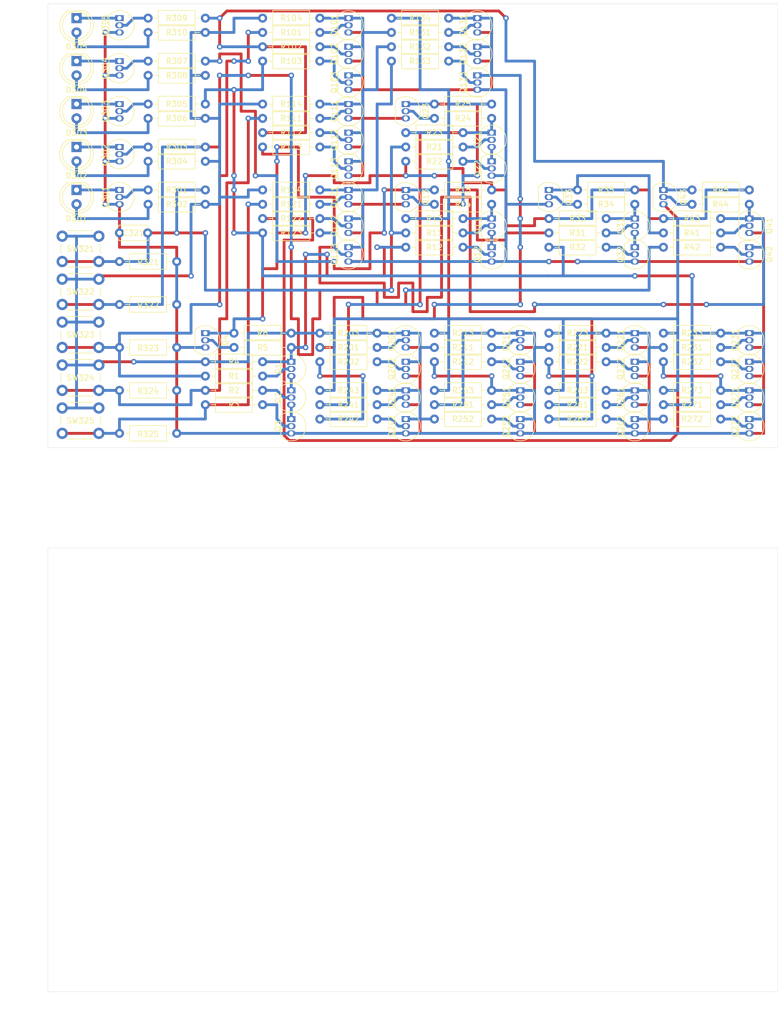
<source format=kicad_pcb>
(kicad_pcb (version 20241229) (generator "pcbnew") (generator_version "9.0")
  (layers (0 "F.Cu" signal) (2 "B.Cu" signal) (13 "F.Paste" user) (15 "B.Paste" user) (5 "F.SilkS" user "F.Silkscreen") (7 "B.SilkS" user "B.Silkscreen") (1 "F.Mask" user) (3 "B.Mask" user) (25 "Edge.Cuts" user))
  (net 0 "")
  (net 1 "/CPU/Clock")
  (net 2 "GND")
  (net 3 "Net-(D301-A)")
  (net 4 "Net-(D301-K)")
  (net 5 "Net-(D302-K)")
  (net 6 "Net-(D302-A)")
  (net 7 "Net-(D303-K)")
  (net 8 "Net-(D303-A)")
  (net 9 "Net-(D304-A)")
  (net 10 "Net-(D304-K)")
  (net 11 "Net-(D305-A)")
  (net 12 "Net-(D305-K)")
  (net 13 "Net-(Q1-E)")
  (net 14 "Net-(Q1-B)")
  (net 15 "Net-(Q1-C)")
  (net 16 "Net-(Q2-E)")
  (net 17 "Net-(Q2-B)")
  (net 18 "Net-(Q3-B)")
  (net 19 "Net-(Q4-C)")
  (net 20 "Net-(Q4-B)")
  (net 21 "Net-(Q11-C)")
  (net 22 "Net-(Q11-E)")
  (net 23 "Net-(Q11-B)")
  (net 24 "Net-(Q12-B)")
  (net 25 "/CPU/WRT")
  (net 26 "Net-(Q13-B)")
  (net 27 "/CPU/~{CLK}")
  (net 28 "Net-(Q21-B)")
  (net 29 "Net-(Q21-E)")
  (net 30 "Net-(Q22-B)")
  (net 31 "/CPU/CLK")
  (net 32 "Net-(Q23-B)")
  (net 33 "Net-(Q31-C)")
  (net 34 "Net-(Q31-B)")
  (net 35 "Net-(Q31-E)")
  (net 36 "Net-(Q32-B)")
  (net 37 "Net-(Q33-B)")
  (net 38 "Net-(Q33-C)")
  (net 39 "Net-(Q41-B)")
  (net 40 "Net-(Q42-B)")
  (net 41 "Net-(Q43-B)")
  (net 42 "Net-(Q101-B)")
  (net 43 "Net-(Q101-C)")
  (net 44 "Net-(Q102-B)")
  (net 45 "Net-(Q103-B)")
  (net 46 "Net-(Q111-B)")
  (net 47 "Net-(Q111-C)")
  (net 48 "Net-(Q112-B)")
  (net 49 "Net-(Q113-B)")
  (net 50 "Net-(Q121-C)")
  (net 51 "Net-(Q121-B)")
  (net 52 "Net-(Q122-B)")
  (net 53 "Net-(Q123-B)")
  (net 54 "Net-(Q131-B)")
  (net 55 "/CPU/Accumulator/Dec")
  (net 56 "Net-(Q132-B)")
  (net 57 "Net-(Q133-B)")
  (net 58 "Net-(Q201-C)")
  (net 59 "Net-(Q201-B)")
  (net 60 "Net-(Q202-B)")
  (net 61 "Net-(Q211-C)")
  (net 62 "Net-(Q211-B)")
  (net 63 "Net-(Q212-B)")
  (net 64 "Net-(Q221-C)")
  (net 65 "Net-(Q221-B)")
  (net 66 "Net-(Q222-B)")
  (net 67 "Net-(Q231-B)")
  (net 68 "/CPU/Acc")
  (net 69 "Net-(Q232-B)")
  (net 70 "Net-(Q241-B)")
  (net 71 "Net-(Q241-C)")
  (net 72 "Net-(Q242-B)")
  (net 73 "Net-(Q251-C)")
  (net 74 "Net-(Q251-B)")
  (net 75 "Net-(Q252-B)")
  (net 76 "Net-(Q261-C)")
  (net 77 "Net-(Q261-B)")
  (net 78 "Net-(Q262-B)")
  (net 79 "/CPU/Accumulator/~{Acc}")
  (net 80 "Net-(Q271-B)")
  (net 81 "Net-(Q272-B)")
  (net 82 "Net-(Q301-B)")
  (net 83 "Net-(Q302-B)")
  (net 84 "Net-(Q303-B)")
  (net 85 "Net-(Q304-B)")
  (net 86 "Net-(Q305-B)")
  (net 87 "/CPU/O0")
  (net 88 "/CPU/O1")
  (net 89 "/CPU/O2")
  (net 90 "VCC")
  (net 91 "/CPU/~{D_Out}")
  (net 92 "/CPU/D_Out")
  (net 93 "/CPU/D_In")
  (footprint "Resistor_THT:R_Axial_DIN0207_L6.3mm_D2.5mm_P10.16mm_Horizontal" (layer "F.Cu") (at 109.22 78.74)
    (property "Reference" "R222")
    (property "Value" "10k")
  )
  (footprint "Package_TO_SOT_THT:TO-92_Inline" (layer "F.Cu") (at 144.78 53.34 -90)
    (property "Reference" "Q41")
    (property "Value" "BC337")
  )
  (footprint "Resistor_THT:R_Axial_DIN0207_L6.3mm_D2.5mm_P10.16mm_Horizontal" (layer "F.Cu") (at 109.22 86.36)
    (property "Reference" "R261")
    (property "Value" "10k")
  )
  (footprint "Package_TO_SOT_THT:TO-92_Inline" (layer "F.Cu") (at 73.66 58.42 -90)
    (property "Reference" "Q123")
    (property "Value" "BC337")
  )
  (footprint "Package_TO_SOT_THT:TO-92_Inline" (layer "F.Cu") (at 124.46 88.9 -90)
    (property "Reference" "Q262")
    (property "Value" "BC337")
  )
  (footprint "Package_TO_SOT_THT:TO-92_Inline" (layer "F.Cu") (at 73.66 33.02 -90)
    (property "Reference" "Q111")
    (property "Value" "BC337")
  )
  (footprint "Resistor_THT:R_Axial_DIN0207_L6.3mm_D2.5mm_P10.16mm_Horizontal" (layer "F.Cu") (at 99.06 48.26 180)
    (property "Reference" "R15")
    (property "Value" "1k")
  )
  (footprint "Resistor_THT:R_Axial_DIN0207_L6.3mm_D2.5mm_P10.16mm_Horizontal" (layer "F.Cu") (at 48.26 43.18 180)
    (property "Reference" "R304")
    (property "Value" "1k")
  )
  (footprint "Resistor_THT:R_Axial_DIN0207_L6.3mm_D2.5mm_P10.16mm_Horizontal" (layer "F.Cu") (at 88.9 78.74)
    (property "Reference" "R212")
    (property "Value" "10k")
  )
  (footprint "Resistor_THT:R_Axial_DIN0207_L6.3mm_D2.5mm_P10.16mm_Horizontal" (layer "F.Cu") (at 33.02 68.58)
    (property "Reference" "R322")
    (property "Value" "10k")
  )
  (footprint "Resistor_THT:R_Axial_DIN0207_L6.3mm_D2.5mm_P10.16mm_Horizontal" (layer "F.Cu") (at 48.26 35.56 180)
    (property "Reference" "R306")
    (property "Value" "1k")
  )
  (footprint "Resistor_THT:R_Axial_DIN0207_L6.3mm_D2.5mm_P10.16mm_Horizontal" (layer "F.Cu") (at 58.42 20.32)
    (property "Reference" "R101")
    (property "Value" "10k")
  )
  (footprint "Resistor_THT:R_Axial_DIN0207_L6.3mm_D2.5mm_P10.16mm_Horizontal" (layer "F.Cu") (at 83.82 43.18)
    (property "Reference" "R22")
    (property "Value" "10k")
  )
  (footprint "Resistor_THT:R_Axial_DIN0207_L6.3mm_D2.5mm_P10.16mm_Horizontal" (layer "F.Cu") (at 129.54 86.36)
    (property "Reference" "R271")
    (property "Value" "10k")
  )
  (footprint "Button_Switch_THT:SW_PUSH_6mm" (layer "F.Cu") (at 22.86 79.32)
    (property "Reference" "SW324")
    (property "Value" "SW_Push")
  )
  (footprint "Resistor_THT:R_Axial_DIN0207_L6.3mm_D2.5mm_P10.16mm_Horizontal" (layer "F.Cu") (at 58.42 38.1)
    (property "Reference" "R112")
    (property "Value" "10k")
  )
  (footprint "Button_Switch_THT:SW_PUSH_6mm" (layer "F.Cu") (at 22.86 56.46)
    (property "Reference" "SW321")
    (property "Value" "SW_Push")
  )
  (footprint "Resistor_THT:R_Axial_DIN0207_L6.3mm_D2.5mm_P10.16mm_Horizontal" (layer "F.Cu") (at 58.42 53.34)
    (property "Reference" "R122")
    (property "Value" "10k")
  )
  (footprint "Resistor_THT:R_Axial_DIN0207_L6.3mm_D2.5mm_P10.16mm_Horizontal" (layer "F.Cu") (at 129.54 76.2)
    (property "Reference" "R231")
    (property "Value" "10k")
  )
  (footprint "Resistor_THT:R_Axial_DIN0207_L6.3mm_D2.5mm_P10.16mm_Horizontal" (layer "F.Cu") (at 144.78 50.8 180)
    (property "Reference" "R44")
    (property "Value" "10k")
  )
  (footprint "Resistor_THT:R_Axial_DIN0207_L6.3mm_D2.5mm_P10.16mm_Horizontal" (layer "F.Cu") (at 33.02 76.2)
    (property "Reference" "R323")
    (property "Value" "10k")
  )
  (footprint "Button_Switch_THT:SW_PUSH_6mm" (layer "F.Cu") (at 22.86 64.08)
    (property "Reference" "SW322")
    (property "Value" "SW_Push")
  )
  (footprint "Resistor_THT:R_Axial_DIN0207_L6.3mm_D2.5mm_P10.16mm_Horizontal" (layer "F.Cu") (at 68.58 78.74)
    (property "Reference" "R202")
    (property "Value" "10k")
  )
  (footprint "Package_TO_SOT_THT:TO-92_Inline" (layer "F.Cu") (at 73.66 27.94 -90)
    (property "Reference" "Q103")
    (property "Value" "BC337")
  )
  (footprint "Resistor_THT:R_Axial_DIN0207_L6.3mm_D2.5mm_P10.16mm_Horizontal" (layer "F.Cu") (at 109.22 88.9)
    (property "Reference" "R262")
    (property "Value" "10k")
  )
  (footprint "Resistor_THT:R_Axial_DIN0207_L6.3mm_D2.5mm_P10.16mm_Horizontal" (layer "F.Cu") (at 109.22 73.66)
    (property "Reference" "R223")
    (property "Value" "1k")
  )
  (footprint "Resistor_THT:R_Axial_DIN0207_L6.3mm_D2.5mm_P10.16mm_Horizontal" (layer "F.Cu") (at 68.58 83.82)
    (property "Reference" "R243")
    (property "Value" "1k")
  )
  (footprint "Package_TO_SOT_THT:TO-92_Inline" (layer "F.Cu") (at 124.46 78.74 -90)
    (property "Reference" "Q222")
    (property "Value" "BC337")
  )
  (footprint "Package_TO_SOT_THT:TO-92_Inline" (layer "F.Cu") (at 96.52 22.86 -90)
    (property "Reference" "Q132")
    (property "Value" "BC337")
  )
  (footprint "Resistor_THT:R_Axial_DIN0207_L6.3mm_D2.5mm_P10.16mm_Horizontal" (layer "F.Cu") (at 48.26 40.64 180)
    (property "Reference" "R303")
    (property "Value" "10k")
  )
  (footprint "Package_TO_SOT_THT:TO-92_Inline" (layer "F.Cu") (at 83.82 73.66 -90)
    (property "Reference" "Q201")
    (property "Value" "BC337")
  )
  (footprint "Package_TO_SOT_THT:TO-92_Inline" (layer "F.Cu") (at 48.26 73.66 -90)
    (property "Reference" "Q4")
    (property "Value" "BC337")
  )
  (footprint "Resistor_THT:R_Axial_DIN0207_L6.3mm_D2.5mm_P10.16mm_Horizontal" (layer "F.Cu") (at 124.46 50.8 180)
    (property "Reference" "R34")
    (property "Value" "10k")
  )
  (footprint "Resistor_THT:R_Axial_DIN0207_L6.3mm_D2.5mm_P10.16mm_Horizontal" (layer "F.Cu") (at 109.22 55.88)
    (property "Reference" "R31")
    (property "Value" "10k")
  )
  (footprint "Button_Switch_THT:SW_PUSH_6mm" (layer "F.Cu") (at 22.86 86.94)
    (property "Reference" "SW325")
    (property "Value" "SW_Push")
  )
  (footprint "Package_TO_SOT_THT:TO-92_Inline" (layer "F.Cu") (at 99.06 38.1 -90)
    (property "Reference" "Q21")
    (property "Value" "BC337")
  )
  (footprint "Package_TO_SOT_THT:TO-92_Inline" (layer "F.Cu") (at 129.54 48.26 -90)
    (property "Reference" "Q43")
    (property "Value" "BC337")
  )
  (footprint "Package_TO_SOT_THT:TO-92_Inline" (layer "F.Cu") (at 144.78 58.42 -90)
    (property "Reference" "Q42")
    (property "Value" "BC337")
  )
  (footprint "LED_THT:LED_D5.0mm" (layer "F.Cu") (at 25.4 25.4 -90)
    (property "Reference" "D304")
    (property "Value" "LED")
  )
  (footprint "Package_TO_SOT_THT:TO-92_Inline" (layer "F.Cu") (at 124.46 83.82 -90)
    (property "Reference" "Q261")
    (property "Value" "BC337")
  )
  (footprint "Package_TO_SOT_THT:TO-92_Inline" (layer "F.Cu") (at 109.22 48.26 -90)
    (property "Reference" "Q33")
    (property "Value" "BC337")
  )
  (footprint "Resistor_THT:R_Axial_DIN0207_L6.3mm_D2.5mm_P10.16mm_Horizontal" (layer "F.Cu") (at 48.26 50.8 180)
    (property "Reference" "R302")
    (property "Value" "1k")
  )
  (footprint "Package_TO_SOT_THT:TO-92_Inline" (layer "F.Cu") (at 33.02 48.26 -90)
    (property "Reference" "Q301")
    (property "Value" "BC337")
  )
  (footprint "Package_TO_SOT_THT:TO-92_Inline" (layer "F.Cu") (at 83.82 78.74 -90)
    (property "Reference" "Q202")
    (property "Value" "BC337")
  )
  (footprint "Package_TO_SOT_THT:TO-92_Inline" (layer "F.Cu") (at 63.5 78.74 -90)
    (property "Reference" "Q1")
    (property "Value" "BC337")
  )
  (footprint "Resistor_THT:R_Axial_DIN0207_L6.3mm_D2.5mm_P10.16mm_Horizontal" (layer "F.Cu") (at 33.02 83.82)
    (property "Reference" "R324")
    (property "Value" "10k")
  )
  (footprint "Resistor_THT:R_Axial_DIN0207_L6.3mm_D2.5mm_P10.16mm_Horizontal" (layer "F.Cu") (at 83.82 53.34)
    (property "Reference" "R13")
    (property "Value" "1k")
  )
  (footprint "Resistor_THT:R_Axial_DIN0207_L6.3mm_D2.5mm_P10.16mm_Horizontal" (layer "F.Cu") (at 129.54 73.66)
    (property "Reference" "R233")
    (property "Value" "1k")
  )
  (footprint "Package_TO_SOT_THT:TO-92_Inline" (layer "F.Cu") (at 83.82 33.02 -90)
    (property "Reference" "Q23")
    (property "Value" "BC337")
  )
  (footprint "Resistor_THT:R_Axial_DIN0207_L6.3mm_D2.5mm_P10.16mm_Horizontal" (layer "F.Cu") (at 48.26 27.94 180)
    (property "Reference" "R308")
    (property "Value" "1k")
  )
  (footprint "Resistor_THT:R_Axial_DIN0207_L6.3mm_D2.5mm_P10.16mm_Horizontal" (layer "F.Cu") (at 83.82 38.1)
    (property "Reference" "R23")
    (property "Value" "1k")
  )
  (footprint "Package_TO_SOT_THT:TO-92_Inline" (layer "F.Cu") (at 104.14 83.82 -90)
    (property "Reference" "Q251")
    (property "Value" "BC337")
  )
  (footprint "Resistor_THT:R_Axial_DIN0207_L6.3mm_D2.5mm_P10.16mm_Horizontal" (layer "F.Cu") (at 48.26 81.28)
    (property "Reference" "R1")
    (property "Value" "10k")
  )
  (footprint "Package_TO_SOT_THT:TO-92_Inline" (layer "F.Cu") (at 73.66 48.26 -90)
    (property "Reference" "Q121")
    (property "Value" "BC337")
  )
  (footprint "Resistor_THT:R_Axial_DIN0207_L6.3mm_D2.5mm_P10.16mm_Horizontal" (layer "F.Cu") (at 58.42 50.8)
    (property "Reference" "R121")
    (property "Value" "10k")
  )
  (footprint "Resistor_THT:R_Axial_DIN0207_L6.3mm_D2.5mm_P10.16mm_Horizontal" (layer "F.Cu") (at 129.54 78.74)
    (property "Reference" "R232")
    (property "Value" "10k")
  )
  (footprint "Resistor_THT:R_Axial_DIN0207_L6.3mm_D2.5mm_P10.16mm_Horizontal" (layer "F.Cu") (at 109.22 53.34)
    (property "Reference" "R33")
    (property "Value" "1k")
  )
  (footprint "Package_TO_SOT_THT:TO-92_Inline" (layer "F.Cu") (at 73.66 22.86 -90)
    (property "Reference" "Q102")
    (property "Value" "BC337")
  )
  (footprint "Package_TO_SOT_THT:TO-92_Inline" (layer "F.Cu") (at 73.66 43.18 -90)
    (property "Reference" "Q113")
    (property "Value" "BC337")
  )
  (footprint "Resistor_THT:R_Axial_DIN0207_L6.3mm_D2.5mm_P10.16mm_Horizontal" (layer "F.Cu") (at 109.22 76.2)
    (property "Reference" "R221")
    (property "Value" "10k")
  )
  (footprint "Resistor_THT:R_Axial_DIN0207_L6.3mm_D2.5mm_P10.16mm_Horizontal" (layer "F.Cu") (at 124.46 48.26 180)
    (property "Reference" "R35")
    (property "Value" "1k")
  )
  (footprint "Resistor_THT:R_Axial_DIN0207_L6.3mm_D2.5mm_P10.16mm_Horizontal" (layer "F.Cu") (at 83.82 55.88)
    (property "Reference" "R11")
    (property "Value" "10k")
  )
  (footprint "Resistor_THT:R_Axial_DIN0207_L6.3mm_D2.5mm_P10.16mm_Horizontal" (layer "F.Cu") (at 33.02 91.44)
    (property "Reference" "R325")
    (property "Value" "10k")
  )
  (footprint "Resistor_THT:R_Axial_DIN0207_L6.3mm_D2.5mm_P10.16mm_Horizontal" (layer "F.Cu") (at 63.5 73.66 180)
    (property "Reference" "R6")
    (property "Value" "1k")
  )
  (footprint "Package_TO_SOT_THT:TO-92_Inline" (layer "F.Cu") (at 63.5 83.82 -90)
    (property "Reference" "Q2")
    (property "Value" "BC337")
  )
  (footprint "Resistor_THT:R_Axial_DIN0207_L6.3mm_D2.5mm_P10.16mm_Horizontal" (layer "F.Cu") (at 48.26 83.82)
    (property "Reference" "R2")
    (property "Value" "10k")
  )
  (footprint "Package_TO_SOT_THT:TO-92_Inline" (layer "F.Cu") (at 83.82 83.82 -90)
    (property "Reference" "Q241")
    (property "Value" "BC337")
  )
  (footprint "Package_TO_SOT_THT:TO-92_Inline" (layer "F.Cu") (at 63.5 88.9 -90)
    (property "Reference" "Q3")
    (property "Value" "BC337")
  )
  (footprint "Resistor_THT:R_Axial_DIN0207_L6.3mm_D2.5mm_P10.16mm_Horizontal" (layer "F.Cu") (at 129.54 83.82)
    (property "Reference" "R273")
    (property "Value" "1k")
  )
  (footprint "Package_TO_SOT_THT:TO-92_Inline" (layer "F.Cu") (at 83.82 48.26 -90)
    (property "Reference" "Q13")
    (property "Value" "BC337")
  )
  (footprint "Package_TO_SOT_THT:TO-92_Inline" (layer "F.Cu") (at 144.78 88.9 -90)
    (property "Reference" "Q272")
    (property "Value" "BC337")
  )
  (footprint "Package_TO_SOT_THT:TO-92_Inline" (layer "F.Cu") (at 99.06 53.34 -90)
    (property "Reference" "Q11")
    (property "Value" "BC337")
  )
  (footprint "Package_TO_SOT_THT:TO-92_Inline" (layer "F.Cu") (at 83.82 88.9 -90)
    (property "Reference" "Q242")
    (property "Value" "BC337")
  )
  (footprint "Package_TO_SOT_THT:TO-92_Inline" (layer "F.Cu") (at 33.02 17.78 -90)
    (property "Reference" "Q305")
    (property "Value" "BC337")
  )
  (footprint "Resistor_THT:R_Axial_DIN0207_L6.3mm_D2.5mm_P10.16mm_Horizontal" (layer "F.Cu") (at 129.54 88.9)
    (property "Reference" "R272")
    (property "Value" "10k")
  )
  (footprint "Package_TO_SOT_THT:TO-92_Inline" (layer "F.Cu") (at 144.78 73.66 -90)
    (property "Reference" "Q231")
    (property "Value" "BC337")
  )
  (footprint "Resistor_THT:R_Axial_DIN0207_L6.3mm_D2.5mm_P10.16mm_Horizontal" (layer "F.Cu") (at 68.58 73.66)
    (property "Reference" "R203")
    (property "Value" "1k")
  )
  (footprint "Resistor_THT:R_Axial_DIN0207_L6.3mm_D2.5mm_P10.16mm_Horizontal" (layer "F.Cu") (at 58.42 17.78)
    (property "Reference" "R104")
    (property "Value" "1k")
  )
  (footprint "Package_TO_SOT_THT:TO-92_Inline" (layer "F.Cu") (at 124.46 53.34 -90)
    (property "Reference" "Q31")
    (property "Value" "BC337")
  )
  (footprint "Resistor_THT:R_Axial_DIN0207_L6.3mm_D2.5mm_P10.16mm_Horizontal" (layer "F.Cu") (at 33.02 60.96)
    (property "Reference" "R321")
    (property "Value" "10k")
  )
  (footprint "Resistor_THT:R_Axial_DIN0207_L6.3mm_D2.5mm_P10.16mm_Horizontal" (layer "F.Cu") (at 58.42 48.26)
    (property "Reference" "R124")
    (property "Value" "1k")
  )
  (footprint "Resistor_THT:R_Axial_DIN0207_L6.3mm_D2.5mm_P10.16mm_Horizontal" (layer "F.Cu") (at 109.22 83.82)
    (property "Reference" "R263")
    (property "Value" "1k")
  )
  (footprint "LED_THT:LED_D5.0mm" (layer "F.Cu") (at 25.4 33.02 -90)
    (property "Reference" "D303")
    (property "Value" "LED")
  )
  (footprint "LED_THT:LED_D5.0mm" (layer "F.Cu") (at 25.4 17.78 -90)
    (property "Reference" "D305")
    (property "Value" "LED")
  )
  (footprint "Resistor_THT:R_Axial_DIN0207_L6.3mm_D2.5mm_P10.16mm_Horizontal" (layer "F.Cu") (at 48.26 17.78 180)
    (property "Reference" "R309")
    (property "Value" "10k")
  )
  (footprint "Resistor_THT:R_Axial_DIN0207_L6.3mm_D2.5mm_P10.16mm_Horizontal" (layer "F.Cu") (at 88.9 86.36)
    (property "Reference" "R251")
    (property "Value" "10k")
  )
  (footprint "Resistor_THT:R_Axial_DIN0207_L6.3mm_D2.5mm_P10.16mm_Horizontal" (layer "F.Cu") (at 81.28 22.86)
    (property "Reference" "R132")
    (property "Value" "10k")
  )
  (footprint "Package_TO_SOT_THT:TO-92_Inline" (layer "F.Cu") (at 99.06 43.18 -90)
    (property "Reference" "Q22")
    (property "Value" "BC337")
  )
  (footprint "Resistor_THT:R_Axial_DIN0207_L6.3mm_D2.5mm_P10.16mm_Horizontal" (layer "F.Cu") (at 129.54 55.88)
    (property "Reference" "R41")
    (property "Value" "10k")
  )
  (footprint "Resistor_THT:R_Axial_DIN0207_L6.3mm_D2.5mm_P10.16mm_Horizontal" (layer "F.Cu") (at 129.54 53.34)
    (property "Reference" "R43")
    (property "Value" "1k")
  )
  (footprint "Resistor_THT:R_Axial_DIN0207_L6.3mm_D2.5mm_P10.16mm_Horizontal" (layer "F.Cu") (at 88.9 88.9)
    (property "Reference" "R252")
    (property "Value" "10k")
  )
  (footprint "Button_Switch_THT:SW_PUSH_6mm" (layer "F.Cu") (at 22.86 71.7)
    (property "Reference" "SW323")
    (property "Value" "SW_Push")
  )
  (footprint "Package_TO_SOT_THT:TO-92_Inline" (layer "F.Cu") (at 73.66 17.78 -90)
    (property "Reference" "Q101")
    (property "Value" "BC337")
  )
  (footprint "Resistor_THT:R_Axial_DIN0207_L6.3mm_D2.5mm_P10.16mm_Horizontal" (layer "F.Cu") (at 88.9 73.66)
    (property "Reference" "R213")
    (property "Value" "1k")
  )
  (footprint "Package_TO_SOT_THT:TO-92_Inline" (layer "F.Cu") (at 33.02 33.02 -90)
    (property "Reference" "Q303")
    (property "Value" "BC337")
  )
  (footprint "Resistor_THT:R_Axial_DIN0207_L6.3mm_D2.5mm_P10.16mm_Horizontal" (layer "F.Cu") (at 99.06 50.8 180)
    (property "Reference" "R14")
    (property "Value" "10k")
  )
  (footprint "Resistor_THT:R_Axial_DIN0207_L6.3mm_D2.5mm_P10.16mm_Horizontal" (layer "F.Cu") (at 48.26 78.74)
    (property "Reference" "R4")
    (property "Value" "1k")
  )
  (footprint "Package_TO_SOT_THT:TO-92_Inline" (layer "F.Cu") (at 33.02 40.64 -90)
    (property "Reference" "Q302")
    (property "Value" "BC337")
  )
  (footprint "Resistor_THT:R_Axial_DIN0207_L6.3mm_D2.5mm_P10.16mm_Horizontal" (layer "F.Cu") (at 129.54 58.42)
    (property "Reference" "R42")
    (property "Value" "10k")
  )
  (footprint "Package_TO_SOT_THT:TO-92_Inline" (layer "F.Cu") (at 99.06 58.42 -90)
    (property "Reference" "Q12")
    (property "Value" "BC337")
  )
  (footprint "Capacitor_THT:C_Disc_D5.0mm_W2.5mm_P5.00mm" (layer "F.Cu") (at 38.02 55.88 180)
    (property "Reference" "C321")
    (property "Value" "100n")
  )
  (footprint "Resistor_THT:R_Axial_DIN0207_L6.3mm_D2.5mm_P10.16mm_Horizontal" (layer "F.Cu") (at 68.58 86.36)
    (property "Reference" "R241")
    (property "Value" "10k")
  )
  (footprint "Package_TO_SOT_THT:TO-92_Inline" (layer "F.Cu") (at 73.66 53.34 -90)
    (property "Reference" "Q122")
    (property "Value" "BC337")
  )
  (footprint "Resistor_THT:R_Axial_DIN0207_L6.3mm_D2.5mm_P10.16mm_Horizontal" (layer "F.Cu") (at 48.26 86.36)
    (property "Reference" "R3")
    (property "Value" "10k")
  )
  (footprint "Resistor_THT:R_Axial_DIN0207_L6.3mm_D2.5mm_P10.16mm_Horizontal" (layer "F.Cu") (at 109.22 58.42)
    (property "Reference" "R32")
    (property "Value" "10k")
  )
  (footprint "Package_TO_SOT_THT:TO-92_Inline" (layer "F.Cu") (at 124.46 58.42 -90)
    (property "Reference" "Q32")
    (property "Value" "BC337")
  )
  (footprint "Resistor_THT:R_Axial_DIN0207_L6.3mm_D2.5mm_P10.16mm_Horizontal" (layer "F.Cu") (at 48.26 25.4 180)
    (property "Reference" "R307")
    (property "Value" "10k")
  )
  (footprint "Resistor_THT:R_Axial_DIN0207_L6.3mm_D2.5mm_P10.16mm_Horizontal" (layer "F.Cu") (at 63.5 76.2 180)
    (property "Reference" "R5")
    (property "Value" "10k")
  )
  (footprint "Resistor_THT:R_Axial_DIN0207_L6.3mm_D2.5mm_P10.16mm_Horizontal" (layer "F.Cu") (at 58.42 22.86)
    (property "Reference" "R102")
    (property "Value" "10k")
  )
  (footprint "Package_TO_SOT_THT:TO-92_Inline" (layer "F.Cu") (at 104.14 78.74 -90)
    (property "Reference" "Q212")
    (property "Value" "BC337")
  )
  (footprint "Resistor_THT:R_Axial_DIN0207_L6.3mm_D2.5mm_P10.16mm_Horizontal" (layer "F.Cu") (at 93.98 58.42 180)
    (property "Reference" "R12")
    (property "Value" "10k")
  )
  (footprint "Resistor_THT:R_Axial_DIN0207_L6.3mm_D2.5mm_P10.16mm_Horizontal" (layer "F.Cu") (at 144.78 48.26 180)
    (property "Reference" "R45")
    (property "Value" "1k")
  )
  (footprint "LED_THT:LED_D5.0mm" (layer "F.Cu") (at 25.4 48.26 -90)
    (property "Reference" "D301")
    (property "Value" "LED")
  )
  (footprint "Resistor_THT:R_Axial_DIN0207_L6.3mm_D2.5mm_P10.16mm_Horizontal" (layer "F.Cu") (at 99.06 35.56 180)
    (property "Reference" "R24")
    (property "Value" "10k")
  )
  (footprint "Resistor_THT:R_Axial_DIN0207_L6.3mm_D2.5mm_P10.16mm_Horizontal" (layer "F.Cu") (at 48.26 48.26 180)
    (property "Reference" "R301")
    (property "Value" "10k")
  )
  (footprint "Resistor_THT:R_Axial_DIN0207_L6.3mm_D2.5mm_P10.16mm_Horizontal" (layer "F.Cu") (at 83.82 40.64)
    (property "Reference" "R21")
    (property "Value" "10k")
  )
  (footprint "Resistor_THT:R_Axial_DIN0207_L6.3mm_D2.5mm_P10.16mm_Horizontal" (layer "F.Cu") (at 68.58 76.2)
    (property "Reference" "R201")
    (property "Value" "10k")
  )
  (footprint "Package_TO_SOT_THT:TO-92_Inline" (layer "F.Cu") (at 124.46 73.66 -90)
    (property "Reference" "Q221")
    (property "Value" "BC337")
  )
  (footprint "Resistor_THT:R_Axial_DIN0207_L6.3mm_D2.5mm_P10.16mm_Horizontal" (layer "F.Cu") (at 68.58 88.9)
    (property "Reference" "R242")
    (property "Value" "10k")
  )
  (footprint "Resistor_THT:R_Axial_DIN0207_L6.3mm_D2.5mm_P10.16mm_Horizontal" (layer "F.Cu") (at 88.9 83.82)
    (property "Reference" "R253")
    (property "Value" "1k")
  )
  (footprint "Package_TO_SOT_THT:TO-92_Inline" (layer "F.Cu") (at 104.14 88.9 -90)
    (property "Reference" "Q252")
    (property "Value" "BC337")
  )
  (footprint "Resistor_THT:R_Axial_DIN0207_L6.3mm_D2.5mm_P10.16mm_Horizontal" (layer "F.Cu") (at 58.42 40.64)
    (property "Reference" "R113")
    (property "Value" "10k")
  )
  (footprint "Resistor_THT:R_Axial_DIN0207_L6.3mm_D2.5mm_P10.16mm_Horizontal" (layer "F.Cu") (at 81.28 20.32)
    (property "Reference" "R131")
    (property "Value" "10k")
  )
  (footprint "Package_TO_SOT_THT:TO-92_Inline" (layer "F.Cu") (at 104.14 73.66 -90)
    (property "Reference" "Q211")
    (property "Value" "BC337")
  )
  (footprint "LED_THT:LED_D5.0mm" (layer "F.Cu") (at 25.4 40.64 -90)
    (property "Reference" "D302")
    (property "Value" "LED")
  )
  (footprint "Resistor_THT:R_Axial_DIN0207_L6.3mm_D2.5mm_P10.16mm_Horizontal" (layer "F.Cu") (at 58.42 33.02)
    (property "Reference" "R114")
    (property "Value" "1k")
  )
  (footprint "Resistor_THT:R_Axial_DIN0207_L6.3mm_D2.5mm_P10.16mm_Horizontal" (layer "F.Cu") (at 88.9 76.2)
    (property "Reference" "R211")
    (property "Value" "10k")
  )
  (footprint "Package_TO_SOT_THT:TO-92_Inline" (layer "F.Cu") (at 33.02 25.4 -90)
    (property "Reference" "Q304")
    (property "Value" "BC337")
  )
  (footprint "Resistor_THT:R_Axial_DIN0207_L6.3mm_D2.5mm_P10.16mm_Horizontal" (layer "F.Cu") (at 81.28 25.4)
    (property "Reference" "R133")
    (property "Value" "10k")
  )
  (footprint "Resistor_THT:R_Axial_DIN0207_L6.3mm_D2.5mm_P10.16mm_Horizontal" (layer "F.Cu") (at 58.42 35.56)
    (property "Reference" "R111")
    (property "Value" "10k")
  )
  (footprint "Package_TO_SOT_THT:TO-92_Inline" (layer "F.Cu") (at 96.52 17.78 -90)
    (property "Reference" "Q131")
    (property "Value" "BC337")
  )
  (footprint "Package_TO_SOT_THT:TO-92_Inline" (layer "F.Cu") (at 144.78 83.82 -90)
    (property "Reference" "Q271")
    (property "Value" "BC337")
  )
  (footprint "Resistor_THT:R_Axial_DIN0207_L6.3mm_D2.5mm_P10.16mm_Horizontal" (layer "F.Cu") (at 99.06 33.02 180)
    (property "Reference" "R25")
    (property "Value" "1k")
  )
  (footprint "Resistor_THT:R_Axial_DIN0207_L6.3mm_D2.5mm_P10.16mm_Horizontal" (layer "F.Cu") (at 58.42 25.4)
    (property "Reference" "R103")
    (property "Value" "10k")
  )
  (footprint "Resistor_THT:R_Axial_DIN0207_L6.3mm_D2.5mm_P10.16mm_Horizontal" (layer "F.Cu") (at 58.42 55.88)
    (property "Reference" "R123")
    (property "Value" "10k")
  )
  (footprint "Resistor_THT:R_Axial_DIN0207_L6.3mm_D2.5mm_P10.16mm_Horizontal" (layer "F.Cu") (at 48.26 20.32 180)
    (property "Reference" "R310")
    (property "Value" "1k")
  )
  (footprint "Package_TO_SOT_THT:TO-92_Inline" (layer "F.Cu") (at 73.66 38.1 -90)
    (property "Reference" "Q112")
    (property "Value" "BC337")
  )
  (footprint "Package_TO_SOT_THT:TO-92_Inline" (layer "F.Cu") (at 144.78 78.74 -90)
    (property "Reference" "Q232")
    (property "Value" "BC337")
  )
  (footprint "Resistor_THT:R_Axial_DIN0207_L6.3mm_D2.5mm_P10.16mm_Horizontal" (layer "F.Cu") (at 81.28 17.78)
    (property "Reference" "R134")
    (property "Value" "1k")
  )
  (footprint "Package_TO_SOT_THT:TO-92_Inline" (layer "F.Cu") (at 96.52 27.94 -90)
    (property "Reference" "Q133")
    (property "Value" "BC337")
  )
  (footprint "Resistor_THT:R_Axial_DIN0207_L6.3mm_D2.5mm_P10.16mm_Horizontal" (layer "F.Cu") (at 48.26 33.02 180)
    (property "Reference" "R305")
    (property "Value" "10k")
  )
  (gr_rect (start 20.32 111.76) (end 149.86 190.5) (stroke (width 0.05)) (fill no) (layer "Edge.Cuts"))
  (gr_rect (start 20.32 15.24) (end 149.86 93.98) (stroke (width 0.05)) (fill no) (layer "Edge.Cuts"))
  (segment (start 29.36 60.96) (end 22.86 60.96) (width 0.5) (layer "F.Cu") (net 1))
  (segment (start 81.28 66.04) (end 81.28 55.88) (width 0.5) (layer "F.Cu") (net 1))
  (segment (start 43.18 55.88) (end 38.02 55.88) (width 0.5) (layer "F.Cu") (net 1))
  (segment (start 43.18 55.88) (end 48.26 55.88) (width 0.5) (layer "F.Cu") (net 1))
  (via (at 81.28 66.04) (size 1) (drill 0.5) (layers "F.Cu" "B.Cu") (net 1))
  (via (at 81.28 55.88) (size 1) (drill 0.5) (layers "F.Cu" "B.Cu") (net 1))
  (via (at 43.18 55.88) (size 1) (drill 0.5) (layers "F.Cu" "B.Cu") (net 1))
  (via (at 48.26 55.88) (size 1) (drill 0.5) (layers "F.Cu" "B.Cu") (net 1))
  (segment (start 83.82 40.64) (end 81.28 40.64) (width 0.5) (layer "B.Cu") (net 1))
  (segment (start 38.02 55.88) (end 38.1 55.96) (width 0.5) (layer "B.Cu") (net 1))
  (segment (start 48.26 48.26) (end 43.18 48.26) (width 0.5) (layer "B.Cu") (net 1))
  (segment (start 48.26 55.88) (end 48.26 66.04) (width 0.5) (layer "B.Cu") (net 1))
  (segment (start 38.1 60.88) (end 38.02 60.96) (width 0.5) (layer "B.Cu") (net 1))
  (segment (start 33.02 60.96) (end 29.36 60.96) (width 0.5) (layer "B.Cu") (net 1))
  (segment (start 81.28 55.88) (end 83.82 55.88) (width 0.5) (layer "B.Cu") (net 1))
  (segment (start 38.1 55.96) (end 38.1 60.88) (width 0.5) (layer "B.Cu") (net 1))
  (segment (start 38.02 60.96) (end 33.02 60.96) (width 0.5) (layer "B.Cu") (net 1))
  (segment (start 48.26 66.04) (end 81.28 66.04) (width 0.5) (layer "B.Cu") (net 1))
  (segment (start 43.18 48.26) (end 43.18 55.88) (width 0.5) (layer "B.Cu") (net 1))
  (segment (start 81.28 40.64) (end 81.28 55.88) (width 0.5) (layer "B.Cu") (net 1))
  (segment (start 76.2 60.96) (end 76.2 55.88) (width 0.5) (layer "F.Cu") (net 2))
  (segment (start 144.78 76.2) (end 147.32 76.2) (width 0.5) (layer "F.Cu") (net 2))
  (segment (start 86.36 81.28) (end 86.36 76.2) (width 0.5) (layer "F.Cu") (net 2))
  (segment (start 73.66 30.48) (end 76.2 30.48) (width 0.5) (layer "F.Cu") (net 2))
  (segment (start 73.66 60.96) (end 76.2 60.96) (width 0.5) (layer "F.Cu") (net 2))
  (segment (start 147.32 81.28) (end 147.32 86.36) (width 0.5) (layer "F.Cu") (net 2))
  (segment (start 83.82 35.56) (end 76.2 35.56) (width 0.5) (layer "F.Cu") (net 2))
  (segment (start 96.52 30.48) (end 99.06 30.48) (width 0.5) (layer "F.Cu") (net 2))
  (segment (start 99.06 30.48) (end 99.06 25.4) (width 0.5) (layer "F.Cu") (net 2))
  (segment (start 127 86.36) (end 127 91.44) (width 0.5) (layer "F.Cu") (net 2))
  (segment (start 43.18 76.2) (end 43.18 68.58) (width 0.5) (layer "F.Cu") (net 2))
  (segment (start 86.36 86.36) (end 86.36 81.28) (width 0.5) (layer "F.Cu") (net 2))
  (segment (start 30.48 43.18) (end 30.48 35.56) (width 0.5) (layer "F.Cu") (net 2))
  (segment (start 30.48 35.56) (end 30.48 27.94) (width 0.5) (layer "F.Cu") (net 2))
  (segment (start 114.3 60.96) (end 109.22 60.96) (width 0.5) (layer "F.Cu") (net 2))
  (segment (start 73.66 25.4) (end 76.2 25.4) (width 0.5) (layer "F.Cu") (net 2))
  (segment (start 76.2 30.48) (end 76.2 25.4) (width 0.5) (layer "F.Cu") (net 2))
  (segment (start 127 86.36) (end 124.46 86.36) (width 0.5) (layer "F.Cu") (net 2))
  (segment (start 106.68 86.36) (end 106.68 81.28) (width 0.5) (layer "F.Cu") (net 2))
  (segment (start 132.08 53.34) (end 132.08 60.96) (width 0.5) (layer "F.Cu") (net 2))
  (segment (start 76.2 35.56) (end 73.66 35.56) (width 0.5) (layer "F.Cu") (net 2))
  (segment (start 76.2 45.72) (end 76.2 40.64) (width 0.5) (layer "F.Cu") (net 2))
  (segment (start 104.14 81.28) (end 106.68 81.28) (width 0.5) (layer "F.Cu") (net 2))
  (segment (start 76.2 25.4) (end 76.2 20.32) (width 0.5) (layer "F.Cu") (net 2))
  (segment (start 106.68 91.44) (end 106.68 86.36) (width 0.5) (layer "F.Cu") (net 2))
  (segment (start 43.18 60.96) (end 43.18 58.42) (width 0.5) (layer "F.Cu") (net 2))
  (segment (start 86.36 76.2) (end 83.82 76.2) (width 0.5) (layer "F.Cu") (net 2))
  (segment (start 43.18 91.44) (end 43.18 83.82) (width 0.5) (layer "F.Cu") (net 2))
  (segment (start 83.82 86.36) (end 86.36 86.36) (width 0.5) (layer "F.Cu") (net 2))
  (segment (start 144.78 60.96) (end 132.08 60.96) (width 0.5) (layer "F.Cu") (net 2))
  (segment (start 83.82 50.8) (end 76.2 50.8) (width 0.5) (layer "F.Cu") (net 2))
  (segment (start 147.32 86.36) (end 147.32 91.44) (width 0.5) (layer "F.Cu") (net 2))
  (segment (start 147.32 60.96) (end 147.32 55.88) (width 0.5) (layer "F.Cu") (net 2))
  (segment (start 73.66 55.88) (end 76.2 55.88) (width 0.5) (layer "F.Cu") (net 2))
  (segment (start 144.78 60.96) (end 147.32 60.96) (width 0.5) (layer "F.Cu") (net 2))
  (segment (start 86.36 86.36) (end 86.36 91.44) (width 0.5) (layer "F.Cu") (net 2))
  (segment (start 106.68 76.2) (end 104.14 76.2) (width 0.5) (layer "F.Cu") (net 2))
  (segment (start 124.46 76.2) (end 127 76.2) (width 0.5) (layer "F.Cu") (net 2))
  (segment (start 43.18 83.82) (end 43.18 76.2) (width 0.5) (layer "F.Cu") (net 2))
  (segment (start 144.78 86.36) (end 147.32 86.36) (width 0.5) (layer "F.Cu") (net 2))
  (segment (start 30.48 50.8) (end 30.48 43.18) (width 0.5) (layer "F.Cu") (net 2))
  (segment (start 33.02 58.42) (end 33.02 55.88) (width 0.5) (layer "F.Cu") (net 2))
  (segment (start 127 91.44) (end 124.46 91.44) (width 0.5) (layer "F.Cu") (net 2))
  (segment (start 104.14 91.44) (end 106.68 91.44) (width 0.5) (layer "F.Cu") (net 2))
  (segment (start 147.32 91.44) (end 144.78 91.44) (width 0.5) (layer "F.Cu") (net 2))
  (segment (start 83.82 81.28) (end 86.36 81.28) (width 0.5) (layer "F.Cu") (net 2))
  (segment (start 30.48 27.94) (end 30.48 20.32) (width 0.5) (layer "F.Cu") (net 2))
  (segment (start 104.14 86.36) (end 106.68 86.36) (width 0.5) (layer "F.Cu") (net 2))
  (segment (start 73.66 40.64) (end 76.2 40.64) (width 0.5) (layer "F.Cu") (net 2))
  (segment (start 96.52 20.32) (end 99.06 20.32) (width 0.5) (layer "F.Cu") (net 2))
  (segment (start 43.18 58.42) (end 40.64 58.42) (width 0.5) (layer "F.Cu") (net 2))
  (segment (start 129.54 50.8) (end 132.08 53.34) (width 0.5) (layer "F.Cu") (net 2))
  (segment (start 127 76.2) (end 127 81.28) (width 0.5) (layer "F.Cu") (net 2))
  (segment (start 33.02 55.88) (end 33.02 50.8) (width 0.5) (layer "F.Cu") (net 2))
  (segment (start 147.32 55.88) (end 144.78 55.88) (width 0.5) (layer "F.Cu") (net 2))
  (segment (start 33.02 58.42) (end 43.18 58.42) (width 0.5) (layer "F.Cu") (net 2))
  (segment (start 86.36 91.44) (end 83.82 91.44) (width 0.5) (layer "F.Cu") (net 2))
  (segment (start 127 81.28) (end 127 86.36) (width 0.5) (layer "F.Cu") (net 2))
  (segment (start 96.52 30.48) (end 76.2 30.48) (width 0.5) (layer "F.Cu") (net 2))
  (segment (start 76.2 30.48) (end 76.2 35.56) (width 0.5) (layer "F.Cu") (net 2))
  (segment (start 99.06 25.4) (end 96.52 25.4) (width 0.5) (layer "F.Cu") (net 2))
  (segment (start 76.2 55.88) (end 76.2 50.8) (width 0.5) (layer "F.Cu") (net 2))
  (segment (start 73.66 50.8) (end 76.2 50.8) (width 0.5) (layer "F.Cu") (net 2))
  (segment (start 99.06 20.32) (end 99.06 25.4) (width 0.5) (layer "F.Cu") (net 2))
  (segment (start 76.2 20.32) (end 73.66 20.32) (width 0.5) (layer "F.Cu") (net 2))
  (segment (start 73.66 45.72) (end 76.2 45.72) (width 0.5) (layer "F.Cu") (net 2))
  (segment (start 147.32 76.2) (end 147.32 81.28) (width 0.5) (layer "F.Cu") (net 2))
  (segment (start 147.32 76.2) (end 147.32 60.96) (width 0.5) (layer "F.Cu") (net 2))
  (segment (start 144.78 81.28) (end 147.32 81.28) (width 0.5) (layer "F.Cu") (net 2))
  (segment (start 76.2 40.64) (end 76.2 35.56) (width 0.5) (layer "F.Cu") (net 2))
  (segment (start 106.68 81.28) (end 106.68 76.2) (width 0.5) (layer "F.Cu") (net 2))
  (segment (start 132.08 60.96) (end 124.46 60.96) (width 0.5) (layer "F.Cu") (net 2))
  (segment (start 127 81.28) (end 124.46 81.28) (width 0.5) (layer "F.Cu") (net 2))
  (via (at 30.48 20.32) (size 1) (drill 0.5) (layers "F.Cu" "B.Cu") (net 2))
  (via (at 109.22 60.96) (size 1) (drill 0.5) (layers "F.Cu" "B.Cu") (net 2))
  (via (at 30.48 43.18) (size 1) (drill 0.5) (layers "F.Cu" "B.Cu") (net 2))
  (via (at 30.48 50.8) (size 1) (drill 0.5) (layers "F.Cu" "B.Cu") (net 2))
  (via (at 30.48 27.94) (size 1) (drill 0.5) (layers "F.Cu" "B.Cu") (net 2))
  (via (at 30.48 35.56) (size 1) (drill 0.5) (layers "F.Cu" "B.Cu") (net 2))
  (via (at 114.3 60.96) (size 1) (drill 0.5) (layers "F.Cu" "B.Cu") (net 2))
  (segment (start 33.02 50.8) (end 30.48 50.8) (width 0.5) (layer "B.Cu") (net 2))
  (segment (start 109.22 50.8) (end 101.6 50.8) (width 0.5) (layer "B.Cu") (net 2))
  (segment (start 124.46 91.44) (end 144.78 91.44) (width 0.5) (layer "B.Cu") (net 2))
  (segment (start 96.52 30.48) (end 101.6 30.48) (width 0.5) (layer "B.Cu") (net 2))
  (segment (start 48.26 76.2) (end 43.18 76.2) (width 0.5) (layer "B.Cu") (net 2))
  (segment (start 63.5 91.44) (end 43.18 91.44) (width 0.5) (layer "B.Cu") (net 2))
  (segment (start 83.82 91.44) (end 124.46 91.44) (width 0.5) (layer "B.Cu") (net 2))
  (segment (start 33.02 35.56) (end 30.48 35.56) (width 0.5) (layer "B.Cu") (net 2))
  (segment (start 101.6 50.8) (end 101.6 45.72) (width 0.5) (layer "B.Cu") (net 2))
  (segment (start 30.48 43.18) (end 33.02 43.18) (width 0.5) (layer "B.Cu") (net 2))
  (segment (start 101.6 30.48) (end 101.6 45.72) (width 0.5) (layer "B.Cu") (net 2))
  (segment (start 83.82 91.44) (end 63.5 91.44) (width 0.5) (layer "B.Cu") (net 2))
  (segment (start 99.06 60.96) (end 73.66 60.96) (width 0.5) (layer "B.Cu") (net 2))
  (segment (start 43.18 68.58) (end 43.18 60.96) (width 0.5) (layer "B.Cu") (net 2))
  (segment (start 33.02 27.94) (end 30.48 27.94) (width 0.5) (layer "B.Cu") (net 2))
  (segment (start 99.06 45.72) (end 101.6 45.72) (width 0.5) (layer "B.Cu") (net 2))
  (segment (start 101.6 60.96) (end 99.06 60.96) (width 0.5) (layer "B.Cu") (net 2))
  (segment (start 101.6 50.8) (end 101.6 60.96) (width 0.5) (layer "B.Cu") (net 2))
  (segment (start 109.22 60.96) (end 101.6 60.96) (width 0.5) (layer "B.Cu") (net 2))
  (segment (start 30.48 20.32) (end 33.02 20.32) (width 0.5) (layer "B.Cu") (net 2))
  (segment (start 124.46 60.96) (end 114.3 60.96) (width 0.5) (layer "B.Cu") (net 2))
  (segment (start 38.1 53.34) (end 25.4 53.34) (width 0.5) (layer "B.Cu") (net 3))
  (segment (start 38.1 50.8) (end 38.1 53.34) (width 0.5) (layer "B.Cu") (net 3))
  (segment (start 25.4 53.34) (end 25.4 50.8) (width 0.5) (layer "B.Cu") (net 3))
  (segment (start 33.02 48.26) (end 25.4 48.26) (width 0.5) (layer "B.Cu") (net 4))
  (segment (start 33.02 40.64) (end 25.4 40.64) (width 0.5) (layer "B.Cu") (net 5))
  (segment (start 25.4 45.72) (end 25.4 43.18) (width 0.5) (layer "B.Cu") (net 6))
  (segment (start 38.1 45.72) (end 25.4 45.72) (width 0.5) (layer "B.Cu") (net 6))
  (segment (start 38.1 43.18) (end 38.1 45.72) (width 0.5) (layer "B.Cu") (net 6))
  (segment (start 33.02 33.02) (end 25.4 33.02) (width 0.5) (layer "B.Cu") (net 7))
  (segment (start 38.1 35.56) (end 38.1 38.1) (width 0.5) (layer "B.Cu") (net 8))
  (segment (start 25.4 38.1) (end 38.1 38.1) (width 0.5) (layer "B.Cu") (net 8))
  (segment (start 25.4 35.56) (end 25.4 38.1) (width 0.5) (layer "B.Cu") (net 8))
  (segment (start 38.1 27.94) (end 38.1 30.48) (width 0.5) (layer "B.Cu") (net 9))
  (segment (start 38.1 30.48) (end 25.4 30.48) (width 0.5) (layer "B.Cu") (net 9))
  (segment (start 25.4 30.48) (end 25.4 27.94) (width 0.5) (layer "B.Cu") (net 9))
  (segment (start 33.02 25.4) (end 25.4 25.4) (width 0.5) (layer "B.Cu") (net 10))
  (segment (start 25.4 20.32) (end 25.4 22.86) (width 0.5) (layer "B.Cu") (net 11))
  (segment (start 25.4 22.86) (end 38.1 22.86) (width 0.5) (layer "B.Cu") (net 11))
  (segment (start 38.1 22.86) (end 38.1 20.32) (width 0.5) (layer "B.Cu") (net 11))
  (segment (start 33.02 17.78) (end 25.4 17.78) (width 0.5) (layer "B.Cu") (net 12))
  (segment (start 63.5 83.82) (end 63.5 81.28) (width 0.5) (layer "B.Cu") (net 13))
  (segment (start 60.96 81.28) (end 58.42 81.28) (width 0.5) (layer "B.Cu") (net 14))
  (segment (start 62.23 80.01) (end 60.96 81.28) (width 0.5) (layer "B.Cu") (net 14))
  (segment (start 63.5 80.01) (end 62.23 80.01) (width 0.5) (layer "B.Cu") (net 14))
  (segment (start 80.01 63.5) (end 80.01 58.42) (width 0.5) (layer "F.Cu") (net 15))
  (segment (start 80.01 58.42) (end 78.74 58.42) (width 0.5) (layer "F.Cu") (net 15))
  (segment (start 66.04 59.69) (end 66.04 76.2) (width 0.5) (layer "F.Cu") (net 15))
  (segment (start 69.85 63.5) (end 80.01 63.5) (width 0.5) (layer "F.Cu") (net 15))
  (segment (start 69.85 59.69) (end 69.85 63.5) (width 0.5) (layer "F.Cu") (net 15))
  (via (at 66.04 76.2) (size 1) (drill 0.5) (layers "F.Cu" "B.Cu") (net 15))
  (via (at 78.74 58.42) (size 1) (drill 0.5) (layers "F.Cu" "B.Cu") (net 15))
  (via (at 66.04 59.69) (size 1) (drill 0.5) (layers "F.Cu" "B.Cu") (net 15))
  (via (at 69.85 59.69) (size 1) (drill 0.5) (layers "F.Cu" "B.Cu") (net 15))
  (segment (start 83.82 58.42) (end 78.74 58.42) (width 0.5) (layer "B.Cu") (net 15))
  (segment (start 63.5 76.2) (end 63.5 78.74) (width 0.5) (layer "B.Cu") (net 15))
  (segment (start 66.04 76.2) (end 63.5 76.2) (width 0.5) (layer "B.Cu") (net 15))
  (segment (start 69.85 59.69) (end 66.04 59.69) (width 0.5) (layer "B.Cu") (net 15))
  (segment (start 58.42 78.74) (end 63.5 78.74) (width 0.5) (layer "B.Cu") (net 15))
  (segment (start 63.5 88.9) (end 63.5 86.36) (width 0.5) (layer "B.Cu") (net 16))
  (segment (start 62.23 85.09) (end 60.96 83.82) (width 0.5) (layer "B.Cu") (net 17))
  (segment (start 60.96 83.82) (end 58.42 83.82) (width 0.5) (layer "B.Cu") (net 17))
  (segment (start 63.5 85.09) (end 62.23 85.09) (width 0.5) (layer "B.Cu") (net 17))
  (segment (start 60.96 88.9) (end 60.96 86.36) (width 0.5) (layer "B.Cu") (net 18))
  (segment (start 60.96 86.36) (end 58.42 86.36) (width 0.5) (layer "B.Cu") (net 18))
  (segment (start 63.5 90.17) (end 62.23 90.17) (width 0.5) (layer "B.Cu") (net 18))
  (segment (start 62.23 90.17) (end 60.96 88.9) (width 0.5) (layer "B.Cu") (net 18))
  (segment (start 101.6 55.88) (end 101.6 57.15) (width 0.5) (layer "F.Cu") (net 19))
  (segment (start 101.6 57.15) (end 96.52 57.15) (width 0.5) (layer "F.Cu") (net 19))
  (segment (start 60.96 62.23) (end 60.96 55.88) (width 0.5) (layer "F.Cu") (net 19))
  (segment (start 96.52 57.15) (end 96.52 48.26) (width 0.5) (layer "F.Cu") (net 19))
  (segment (start 88.9 45.72) (end 91.44 45.72) (width 0.5) (layer "F.Cu") (net 19))
  (segment (start 60.96 55.88) (end 66.04 55.88) (width 0.5) (layer "F.Cu") (net 19))
  (segment (start 71.12 45.72) (end 71.12 46.99) (width 0.5) (layer "F.Cu") (net 19))
  (segment (start 71.12 46.99) (end 77.47 46.99) (width 0.5) (layer "F.Cu") (net 19))
  (segment (start 83.82 43.18) (end 83.82 45.72) (width 0.5) (layer "F.Cu") (net 19))
  (segment (start 96.52 48.26) (end 91.44 48.26) (width 0.5) (layer "F.Cu") (net 19))
  (segment (start 77.47 45.72) (end 83.82 45.72) (width 0.5) (layer "F.Cu") (net 19))
  (segment (start 91.44 48.26) (end 91.44 45.72) (width 0.5) (layer "F.Cu") (net 19))
  (segment (start 66.04 45.72) (end 71.12 45.72) (width 0.5) (layer "F.Cu") (net 19))
  (segment (start 60.96 62.23) (end 58.42 62.23) (width 0.5) (layer "F.Cu") (net 19))
  (segment (start 77.47 46.99) (end 77.47 45.72) (width 0.5) (layer "F.Cu") (net 19))
  (segment (start 109.22 55.88) (end 101.6 55.88) (width 0.5) (layer "F.Cu") (net 19))
  (segment (start 58.42 71.12) (end 58.42 62.23) (width 0.5) (layer "F.Cu") (net 19))
  (via (at 83.82 45.72) (size 1) (drill 0.5) (layers "F.Cu" "B.Cu") (net 19))
  (via (at 58.42 71.12) (size 1) (drill 0.5) (layers "F.Cu" "B.Cu") (net 19))
  (via (at 66.04 55.88) (size 1) (drill 0.5) (layers "F.Cu" "B.Cu") (net 19))
  (via (at 88.9 45.72) (size 1) (drill 0.5) (layers "F.Cu" "B.Cu") (net 19))
  (via (at 66.04 45.72) (size 1) (drill 0.5) (layers "F.Cu" "B.Cu") (net 19))
  (segment (start 53.34 73.66) (end 48.26 73.66) (width 0.5) (layer "B.Cu") (net 19))
  (segment (start 53.34 71.12) (end 58.42 71.12) (width 0.5) (layer "B.Cu") (net 19))
  (segment (start 53.34 73.66) (end 53.34 71.12) (width 0.5) (layer "B.Cu") (net 19))
  (segment (start 83.82 45.72) (end 88.9 45.72) (width 0.5) (layer "B.Cu") (net 19))
  (segment (start 66.04 55.88) (end 66.04 45.72) (width 0.5) (layer "B.Cu") (net 19))
  (segment (start 50.8 76.2) (end 53.34 76.2) (width 0.5) (layer "B.Cu") (net 20))
  (segment (start 49.53 74.93) (end 50.8 76.2) (width 0.5) (layer "B.Cu") (net 20))
  (segment (start 48.26 74.93) (end 49.53 74.93) (width 0.5) (layer "B.Cu") (net 20))
  (segment (start 99.06 53.34) (end 93.98 53.34) (width 0.5) (layer "B.Cu") (net 21))
  (segment (start 99.06 53.34) (end 99.06 50.8) (width 0.5) (layer "B.Cu") (net 21))
  (segment (start 99.06 58.42) (end 99.06 55.88) (width 0.5) (layer "B.Cu") (net 22))
  (segment (start 97.79 54.61) (end 99.06 54.61) (width 0.5) (layer "B.Cu") (net 23))
  (segment (start 96.52 55.88) (end 97.79 54.61) (width 0.5) (layer "B.Cu") (net 23))
  (segment (start 93.98 55.88) (end 96.52 55.88) (width 0.5) (layer "B.Cu") (net 23))
  (segment (start 93.98 58.42) (end 96.52 58.42) (width 0.5) (layer "B.Cu") (net 24))
  (segment (start 96.52 58.42) (end 97.79 59.69) (width 0.5) (layer "B.Cu") (net 24))
  (segment (start 97.79 59.69) (end 99.06 59.69) (width 0.5) (layer "B.Cu") (net 24))
  (segment (start 54.61 24.13) (end 54.61 34.29) (width 0.5) (layer "F.Cu") (net 25))
  (segment (start 83.82 48.26) (end 80.01 48.26) (width 0.5) (layer "F.Cu") (net 25))
  (segment (start 50.8 24.13) (end 54.61 24.13) (width 0.5) (layer "F.Cu") (net 25))
  (segment (start 57.15 34.29) (end 57.15 45.72) (width 0.5) (layer "F.Cu") (net 25))
  (segment (start 50.8 25.4) (end 50.8 24.13) (width 0.5) (layer "F.Cu") (net 25))
  (segment (start 71.12 62.23) (end 71.12 60.96) (width 0.5) (layer "F.Cu") (net 25))
  (segment (start 77.47 62.23) (end 71.12 62.23) (width 0.5) (layer "F.Cu") (net 25))
  (segment (start 77.47 55.88) (end 77.47 62.23) (width 0.5) (layer "F.Cu") (net 25))
  (segment (start 54.61 34.29) (end 57.15 34.29) (width 0.5) (layer "F.Cu") (net 25))
  (segment (start 80.01 55.88) (end 77.47 55.88) (width 0.5) (layer "F.Cu") (net 25))
  (via (at 80.01 48.26) (size 1) (drill 0.5) (layers "F.Cu" "B.Cu") (net 25))
  (via (at 80.01 55.88) (size 1) (drill 0.5) (layers "F.Cu" "B.Cu") (net 25))
  (via (at 57.15 45.72) (size 1) (drill 0.5) (layers "F.Cu" "B.Cu") (net 25))
  (via (at 71.12 60.96) (size 1) (drill 0.5) (layers "F.Cu" "B.Cu") (net 25))
  (via (at 50.8 25.4) (size 1) (drill 0.5) (layers "F.Cu" "B.Cu") (net 25))
  (segment (start 60.96 45.72) (end 57.15 45.72) (width 0.5) (layer "B.Cu") (net 25))
  (segment (start 80.01 48.26) (end 80.01 55.88) (width 0.5) (layer "B.Cu") (net 25))
  (segment (start 71.12 60.96) (end 60.96 60.96) (width 0.5) (layer "B.Cu") (net 25))
  (segment (start 48.26 25.4) (end 50.8 25.4) (width 0.5) (layer "B.Cu") (net 25))
  (segment (start 88.9 48.26) (end 83.82 48.26) (width 0.5) (layer "B.Cu") (net 25))
  (segment (start 60.96 60.96) (end 60.96 45.72) (width 0.5) (layer "B.Cu") (net 25))
  (segment (start 86.36 50.8) (end 85.09 49.53) (width 0.5) (layer "B.Cu") (net 26))
  (segment (start 85.09 49.53) (end 83.82 49.53) (width 0.5) (layer "B.Cu") (net 26))
  (segment (start 88.9 50.8) (end 86.36 50.8) (width 0.5) (layer "B.Cu") (net 26))
  (segment (start 83.82 49.53) (end 83.82 49.236) (width 0.5) (layer "B.Cu") (net 26))
  (segment (start 76.2 81.28) (end 68.58 81.28) (width 0.5) (layer "F.Cu") (net 27))
  (segment (start 86.36 38.1) (end 86.36 68.58) (width 0.5) (layer "F.Cu") (net 27))
  (segment (start 93.98 38.1) (end 86.36 38.1) (width 0.5) (layer "F.Cu") (net 27))
  (segment (start 73.66 68.58) (end 73.66 81.28) (width 0.5) (layer "F.Cu") (net 27))
  (via (at 73.66 68.58) (size 1) (drill 0.5) (layers "F.Cu" "B.Cu") (net 27))
  (via (at 68.58 81.28) (size 1) (drill 0.5) (layers "F.Cu" "B.Cu") (net 27))
  (via (at 86.36 68.58) (size 1) (drill 0.5) (layers "F.Cu" "B.Cu") (net 27))
  (via (at 76.2 81.28) (size 1) (drill 0.5) (layers "F.Cu" "B.Cu") (net 27))
  (segment (start 76.2 88.9) (end 68.58 88.9) (width 0.5) (layer "B.Cu") (net 27))
  (segment (start 99.06 38.1) (end 93.98 38.1) (width 0.5) (layer "B.Cu") (net 27))
  (segment (start 99.06 35.56) (end 99.06 38.1) (width 0.5) (layer "B.Cu") (net 27))
  (segment (start 68.58 81.28) (end 68.58 78.74) (width 0.5) (layer "B.Cu") (net 27))
  (segment (start 86.36 68.58) (end 73.66 68.58) (width 0.5) (layer "B.Cu") (net 27))
  (segment (start 76.2 81.28) (end 76.2 88.9) (width 0.5) (layer "B.Cu") (net 27))
  (segment (start 96.52 40.64) (end 97.79 39.37) (width 0.5) (layer "B.Cu") (net 28))
  (segment (start 97.79 39.37) (end 99.06 39.37) (width 0.5) (layer "B.Cu") (net 28))
  (segment (start 93.98 40.64) (end 96.52 40.64) (width 0.5) (layer "B.Cu") (net 28))
  (segment (start 99.06 40.64) (end 99.06 43.18) (width 0.5) (layer "B.Cu") (net 29))
  (segment (start 97.79 44.45) (end 96.52 43.18) (width 0.5) (layer "B.Cu") (net 30))
  (segment (start 96.52 43.18) (end 93.98 43.18) (width 0.5) (layer "B.Cu") (net 30))
  (segment (start 99.06 44.45) (end 97.79 44.45) (width 0.5) (layer "B.Cu") (net 30))
  (segment (start 116.84 71.12) (end 91.44 71.12) (width 0.5) (layer "F.Cu") (net 31))
  (segment (start 88.9 33.02) (end 96.52 33.02) (width 0.5) (layer "F.Cu") (net 31))
  (segment (start 109.22 81.28) (end 116.84 81.28) (width 0.5) (layer "F.Cu") (net 31))
  (segment (start 91.44 71.12) (end 91.44 50.8) (width 0.5) (layer "F.Cu") (net 31))
  (segment (start 91.44 50.8) (end 93.98 50.8) (width 0.5) (layer "F.Cu") (net 31))
  (segment (start 116.84 81.28) (end 116.84 71.12) (width 0.5) (layer "F.Cu") (net 31))
  (segment (start 96.52 45.72) (end 96.52 33.02) (width 0.5) (layer "F.Cu") (net 31))
  (via (at 109.22 81.28) (size 1) (drill 0.5) (layers "F.Cu" "B.Cu") (net 31))
  (via (at 116.84 81.28) (size 1) (drill 0.5) (layers "F.Cu" "B.Cu") (net 31))
  (via (at 93.98 50.8) (size 1) (drill 0.5) (layers "F.Cu" "B.Cu") (net 31))
  (via (at 96.52 45.72) (size 1) (drill 0.5) (layers "F.Cu" "B.Cu") (net 31))
  (segment (start 116.84 81.28) (end 116.84 88.9) (width 0.5) (layer "B.Cu") (net 31))
  (segment (start 109.22 78.74) (end 109.22 81.28) (width 0.5) (layer "B.Cu") (net 31))
  (segment (start 93.98 45.72) (end 96.52 45.72) (width 0.5) (layer "B.Cu") (net 31))
  (segment (start 83.82 33.02) (end 88.9 33.02) (width 0.5) (layer "B.Cu") (net 31))
  (segment (start 116.84 88.9) (end 109.22 88.9) (width 0.5) (layer "B.Cu") (net 31))
  (segment (start 93.98 50.8) (end 93.98 45.72) (width 0.5) (layer "B.Cu") (net 31))
  (segment (start 85.09 34.29) (end 83.82 34.29) (width 0.5) (layer "B.Cu") (net 32))
  (segment (start 88.9 35.56) (end 86.36 35.56) (width 0.5) (layer "B.Cu") (net 32))
  (segment (start 86.36 35.56) (end 85.09 34.29) (width 0.5) (layer "B.Cu") (net 32))
  (segment (start 124.46 53.34) (end 119.38 53.34) (width 0.5) (layer "B.Cu") (net 33))
  (segment (start 124.46 53.34) (end 124.46 50.8) (width 0.5) (layer "B.Cu") (net 33))
  (segment (start 119.38 55.88) (end 121.92 55.88) (width 0.5) (layer "B.Cu") (net 34))
  (segment (start 123.19 54.61) (end 124.46 54.61) (width 0.5) (layer "B.Cu") (net 34))
  (segment (start 121.92 55.88) (end 123.19 54.61) (width 0.5) (layer "B.Cu") (net 34))
  (segment (start 124.46 58.42) (end 124.46 55.88) (width 0.5) (layer "B.Cu") (net 35))
  (segment (start 123.19 59.69) (end 121.92 58.42) (width 0.5) (layer "B.Cu") (net 36))
  (segment (start 121.92 58.42) (end 119.38 58.42) (width 0.5) (layer "B.Cu") (net 36))
  (segment (start 124.46 59.69) (end 123.19 59.69) (width 0.5) (layer "B.Cu") (net 36))
  (segment (start 110.49 49.53) (end 111.76 50.8) (width 0.5) (layer "B.Cu") (net 37))
  (segment (start 111.76 50.8) (end 114.3 50.8) (width 0.5) (layer "B.Cu") (net 37))
  (segment (start 109.22 49.53) (end 110.49 49.53) (width 0.5) (layer "B.Cu") (net 37))
  (segment (start 127 55.88) (end 127 45.72) (width 0.5) (layer "B.Cu") (net 38))
  (segment (start 114.3 45.72) (end 114.3 48.26) (width 0.5) (layer "B.Cu") (net 38))
  (segment (start 114.3 48.26) (end 109.22 48.26) (width 0.5) (layer "B.Cu") (net 38))
  (segment (start 129.54 55.88) (end 127 55.88) (width 0.5) (layer "B.Cu") (net 38))
  (segment (start 127 45.72) (end 114.3 45.72) (width 0.5) (layer "B.Cu") (net 38))
  (segment (start 142.181061 55.88) (end 143.451061 54.61) (width 0.5) (layer "B.Cu") (net 39))
  (segment (start 143.451061 54.61) (end 144.78 54.61) (width 0.5) (layer "B.Cu") (net 39))
  (segment (start 139.7 55.88) (end 142.181061 55.88) (width 0.5) (layer "B.Cu") (net 39))
  (segment (start 143.451061 59.69) (end 142.181061 58.42) (width 0.5) (layer "B.Cu") (net 40))
  (segment (start 142.181061 58.42) (end 139.7 58.42) (width 0.5) (layer "B.Cu") (net 40))
  (segment (start 144.78 59.69) (end 143.451061 59.69) (width 0.5) (layer "B.Cu") (net 40))
  (segment (start 132.021061 50.8) (end 130.751061 49.53) (width 0.5) (layer "B.Cu") (net 41))
  (segment (start 134.62 50.8) (end 132.021061 50.8) (width 0.5) (layer "B.Cu") (net 41))
  (segment (start 130.751061 49.53) (end 129.54 49.53) (width 0.5) (layer "B.Cu") (net 41))
  (segment (start 72.39 19.05) (end 71.12 20.32) (width 0.5) (layer "B.Cu") (net 42))
  (segment (start 73.66 19.05) (end 72.39 19.05) (width 0.5) (layer "B.Cu") (net 42))
  (segment (start 71.12 20.32) (end 68.58 20.32) (width 0.5) (layer "B.Cu") (net 42))
  (segment (start 76.2 20.32) (end 81.28 20.32) (width 0.5) (layer "B.Cu") (net 43))
  (segment (start 68.58 17.78) (end 73.66 17.78) (width 0.5) (layer "B.Cu") (net 43))
  (segment (start 76.2 27.94) (end 73.66 27.94) (width 0.5) (layer "B.Cu") (net 43))
  (segment (start 76.2 20.32) (end 76.2 22.86) (width 0.5) (layer "B.Cu") (net 43))
  (segment (start 76.2 22.86) (end 73.66 22.86) (width 0.5) (layer "B.Cu") (net 43))
  (segment (start 73.66 17.78) (end 76.2 17.78) (width 0.5) (layer "B.Cu") (net 43))
  (segment (start 76.2 22.86) (end 76.2 27.94) (width 0.5) (layer "B.Cu") (net 43))
  (segment (start 76.2 17.78) (end 76.2 20.32) (width 0.5) (layer "B.Cu") (net 43))
  (segment (start 73.66 24.13) (end 72.39 24.13) (width 0.5) (layer "B.Cu") (net 44))
  (segment (start 72.39 24.13) (end 71.12 22.86) (width 0.5) (layer "B.Cu") (net 44))
  (segment (start 71.12 22.86) (end 68.58 22.86) (width 0.5) (layer "B.Cu") (net 44))
  (segment (start 71.12 27.94) (end 71.12 25.4) (width 0.5) (layer "B.Cu") (net 45))
  (segment (start 72.39 29.21) (end 71.12 27.94) (width 0.5) (layer "B.Cu") (net 45))
  (segment (start 73.66 29.21) (end 72.39 29.21) (width 0.5) (layer "B.Cu") (net 45))
  (segment (start 71.12 25.4) (end 68.58 25.4) (width 0.5) (layer "B.Cu") (net 45))
  (segment (start 71.12 35.56) (end 72.39 34.29) (width 0.5) (layer "B.Cu") (net 46))
  (segment (start 72.39 34.29) (end 73.66 34.29) (width 0.5) (layer "B.Cu") (net 46))
  (segment (start 68.58 35.56) (end 71.12 35.56) (width 0.5) (layer "B.Cu") (net 46))
  (segment (start 73.66 33.02) (end 68.58 33.02) (width 0.5) (layer "B.Cu") (net 47))
  (segment (start 78.74 22.86) (end 78.74 30.48) (width 0.5) (layer "B.Cu") (net 47))
  (segment (start 76.2 38.1) (end 76.2 33.02) (width 0.5) (layer "B.Cu") (net 47))
  (segment (start 73.66 43.18) (end 76.2 43.18) (width 0.5) (layer "B.Cu") (net 47))
  (segment (start 76.2 33.02) (end 73.66 33.02) (width 0.5) (layer "B.Cu") (net 47))
  (segment (start 76.2 33.02) (end 76.2 30.48) (width 0.5) (layer "B.Cu") (net 47))
  (segment (start 76.2 30.48) (end 78.74 30.48) (width 0.5) (layer "B.Cu") (net 47))
  (segment (start 81.28 22.86) (end 78.74 22.86) (width 0.5) (layer "B.Cu") (net 47))
  (segment (start 76.2 38.1) (end 73.66 38.1) (width 0.5) (layer "B.Cu") (net 47))
  (segment (start 76.2 43.18) (end 76.2 38.1) (width 0.5) (layer "B.Cu") (net 47))
  (segment (start 68.58 38.1) (end 71.12 38.1) (width 0.5) (layer "B.Cu") (net 48))
  (segment (start 71.12 38.1) (end 72.39 39.37) (width 0.5) (layer "B.Cu") (net 48))
  (segment (start 72.39 39.37) (end 73.66 39.37) (width 0.5) (layer "B.Cu") (net 48))
  (segment (start 68.58 40.64) (end 71.12 40.64) (width 0.5) (layer "B.Cu") (net 49))
  (segment (start 72.39 44.45) (end 73.66 44.45) (width 0.5) (layer "B.Cu") (net 49))
  (segment (start 71.12 43.18) (end 72.39 44.45) (width 0.5) (layer "B.Cu") (net 49))
  (segment (start 71.12 40.64) (end 71.12 43.18) (width 0.5) (layer "B.Cu") (net 49))
  (segment (start 76.2 53.34) (end 73.66 53.34) (width 0.5) (layer "B.Cu") (net 50))
  (segment (start 76.2 53.34) (end 76.2 58.42) (width 0.5) (layer "B.Cu") (net 50))
  (segment (start 78.74 48.26) (end 76.2 48.26) (width 0.5) (layer "B.Cu") (net 50))
  (segment (start 68.58 48.26) (end 73.66 48.26) (width 0.5) (layer "B.Cu") (net 50))
  (segment (start 76.2 48.26) (end 76.2 53.34) (width 0.5) (layer "B.Cu") (net 50))
  (segment (start 81.28 33.02) (end 81.28 25.4) (width 0.5) (layer "B.Cu") (net 50))
  (segment (start 76.2 58.42) (end 73.66 58.42) (width 0.5) (layer "B.Cu") (net 50))
  (segment (start 73.66 48.26) (end 76.2 48.26) (width 0.5) (layer "B.Cu") (net 50))
  (segment (start 78.74 48.26) (end 78.74 33.02) (width 0.5) (layer "B.Cu") (net 50))
  (segment (start 78.74 33.02) (end 81.28 33.02) (width 0.5) (layer "B.Cu") (net 50))
  (segment (start 71.12 50.8) (end 68.58 50.8) (width 0.5) (layer "B.Cu") (net 51))
  (segment (start 72.39 49.53) (end 71.12 50.8) (width 0.5) (layer "B.Cu") (net 51))
  (segment (start 73.66 49.53) (end 72.39 49.53) (width 0.5) (layer "B.Cu") (net 51))
  (segment (start 72.39 54.61) (end 71.12 53.34) (width 0.5) (layer "B.Cu") (net 52))
  (segment (start 73.66 54.61) (end 72.39 54.61) (width 0.5) (layer "B.Cu") (net 52))
  (segment (start 71.12 53.34) (end 68.58 53.34) (width 0.5) (layer "B.Cu") (net 52))
  (segment (start 71.12 58.42) (end 71.12 55.88) (width 0.5) (layer "B.Cu") (net 53))
  (segment (start 73.66 59.69) (end 72.39 59.69) (width 0.5) (layer "B.Cu") (net 53))
  (segment (start 72.39 59.69) (end 71.12 58.42) (width 0.5) (layer "B.Cu") (net 53))
  (segment (start 71.12 55.88) (end 68.58 55.88) (width 0.5) (layer "B.Cu") (net 53))
  (segment (start 93.98 20.32) (end 91.44 20.32) (width 0.5) (layer "B.Cu") (net 54))
  (segment (start 95.25 19.05) (end 93.98 20.32) (width 0.5) (layer "B.Cu") (net 54))
  (segment (start 96.52 19.05) (end 95.25 19.05) (width 0.5) (layer "B.Cu") (net 54))
  (segment (start 76.2 67.31) (end 71.12 67.31) (width 0.5) (layer "F.Cu") (net 55))
  (segment (start 104.14 58.42) (end 104.14 68.58) (width 0.5) (layer "F.Cu") (net 55))
  (segment (start 88.9 68.58) (end 88.9 71.12) (width 0.5) (layer "F.Cu") (net 55))
  (segment (start 76.2 71.12) (end 76.2 67.31) (width 0.5) (layer "F.Cu") (net 55))
  (segment (start 88.9 71.12) (end 76.2 71.12) (width 0.5) (layer "F.Cu") (net 55))
  (segment (start 104.14 49.85) (end 104.14 53.34) (width 0.5) (layer "F.Cu") (net 55))
  (segment (start 71.12 67.31) (end 71.12 76.2) (width 0.5) (layer "F.Cu") (net 55))
  (segment (start 71.12 76.2) (end 68.58 76.2) (width 0.5) (layer "F.Cu") (net 55))
  (via (at 88.9 68.58) (size 1) (drill 0.5) (layers "F.Cu" "B.Cu") (net 55))
  (via (at 104.14 58.42) (size 1) (drill 0.5) (layers "F.Cu" "B.Cu") (net 55))
  (via (at 104.14 49.85) (size 1) (drill 0.5) (layers "F.Cu" "B.Cu") (net 55))
  (via (at 104.14 68.58) (size 1) (drill 0.5) (layers "F.Cu" "B.Cu") (net 55))
  (via (at 104.14 53.34) (size 1) (drill 0.5) (layers "F.Cu" "B.Cu") (net 55))
  (segment (start 99.06 27.94) (end 96.52 27.94) (width 0.5) (layer "B.Cu") (net 55))
  (segment (start 99.06 22.86) (end 96.52 22.86) (width 0.5) (layer "B.Cu") (net 55))
  (segment (start 99.06 17.78) (end 99.06 22.86) (width 0.5) (layer "B.Cu") (net 55))
  (segment (start 104.14 53.34) (end 104.14 58.42) (width 0.5) (layer "B.Cu") (net 55))
  (segment (start 99.06 22.86) (end 99.06 27.94) (width 0.5) (layer "B.Cu") (net 55))
  (segment (start 99.06 27.94) (end 104.14 27.94) (width 0.5) (layer "B.Cu") (net 55))
  (segment (start 96.52 17.78) (end 91.44 17.78) (width 0.5) (layer "B.Cu") (net 55))
  (segment (start 96.52 17.78) (end 99.06 17.78) (width 0.5) (layer "B.Cu") (net 55))
  (segment (start 104.14 27.94) (end 104.14 48.26) (width 0.5) (layer "B.Cu") (net 55))
  (segment (start 104.14 68.58) (end 88.9 68.58) (width 0.5) (layer "B.Cu") (net 55))
  (segment (start 104.14 48.26) (end 104.14 49.85) (width 0.5) (layer "B.Cu") (net 55))
  (segment (start 95.25 24.13) (end 93.98 22.86) (width 0.5) (layer "B.Cu") (net 56))
  (segment (start 96.52 24.13) (end 95.25 24.13) (width 0.5) (layer "B.Cu") (net 56))
  (segment (start 93.98 22.86) (end 91.44 22.86) (width 0.5) (layer "B.Cu") (net 56))
  (segment (start 93.98 25.4) (end 91.44 25.4) (width 0.5) (layer "B.Cu") (net 57))
  (segment (start 93.98 27.94) (end 93.98 25.4) (width 0.5) (layer "B.Cu") (net 57))
  (segment (start 96.52 29.21) (end 95.25 29.21) (width 0.5) (layer "B.Cu") (net 57))
  (segment (start 95.25 29.21) (end 93.98 27.94) (width 0.5) (layer "B.Cu") (net 57))
  (segment (start 86.36 76.2) (end 86.36 73.66) (width 0.5) (layer "B.Cu") (net 58))
  (segment (start 68.58 86.36) (end 73.66 86.36) (width 0.5) (layer "B.Cu") (net 58))
  (segment (start 86.36 73.66) (end 78.74 73.66) (width 0.5) (layer "B.Cu") (net 58))
  (segment (start 83.82 78.74) (end 86.36 78.74) (width 0.5) (layer "B.Cu") (net 58))
  (segment (start 86.36 78.74) (end 86.36 76.2) (width 0.5) (layer "B.Cu") (net 58))
  (segment (start 73.66 73.66) (end 78.74 73.66) (width 0.5) (layer "B.Cu") (net 58))
  (segment (start 88.9 76.2) (end 86.36 76.2) (width 0.5) (layer "B.Cu") (net 58))
  (segment (start 73.66 86.36) (end 73.66 73.66) (width 0.5) (layer "B.Cu") (net 58))
  (segment (start 82.55 74.93) (end 83.82 74.93) (width 0.5) (layer "B.Cu") (net 59))
  (segment (start 78.74 76.2) (end 81.28 76.2) (width 0.5) (layer "B.Cu") (net 59))
  (segment (start 81.28 76.2) (end 82.55 74.93) (width 0.5) (layer "B.Cu") (net 59))
  (segment (start 83.82 80.01) (end 82.55 80.01) (width 0.5) (layer "B.Cu") (net 60))
  (segment (start 81.28 78.74) (end 78.74 78.74) (width 0.5) (layer "B.Cu") (net 60))
  (segment (start 82.55 80.01) (end 81.28 78.74) (width 0.5) (layer "B.Cu") (net 60))
  (segment (start 104.14 78.74) (end 106.68 78.74) (width 0.5) (layer "B.Cu") (net 61))
  (segment (start 93.98 73.66) (end 99.06 73.66) (width 0.5) (layer "B.Cu") (net 61))
  (segment (start 106.68 73.66) (end 99.06 73.66) (width 0.5) (layer "B.Cu") (net 61))
  (segment (start 88.9 86.36) (end 93.98 86.36) (width 0.5) (layer "B.Cu") (net 61))
  (segment (start 109.22 76.2) (end 106.68 76.2) (width 0.5) (layer "B.Cu") (net 61))
  (segment (start 106.68 76.2) (end 106.68 73.66) (width 0.5) (layer "B.Cu") (net 61))
  (segment (start 106.68 78.74) (end 106.68 76.2) (width 0.5) (layer "B.Cu") (net 61))
  (segment (start 93.98 86.36) (end 93.98 73.66) (width 0.5) (layer "B.Cu") (net 61))
  (segment (start 99.06 76.2) (end 101.6 76.2) (width 0.5) (layer "B.Cu") (net 62))
  (segment (start 102.87 74.93) (end 104.14 74.93) (width 0.5) (layer "B.Cu") (net 62))
  (segment (start 101.6 76.2) (end 102.87 74.93) (width 0.5) (layer "B.Cu") (net 62))
  (segment (start 102.87 80.01) (end 101.6 78.74) (width 0.5) (layer "B.Cu") (net 63))
  (segment (start 101.6 78.74) (end 99.06 78.74) (width 0.5) (layer "B.Cu") (net 63))
  (segment (start 104.14 80.01) (end 102.87 80.01) (width 0.5) (layer "B.Cu") (net 63))
  (segment (start 119.38 73.66) (end 124.46 73.66) (width 0.5) (layer "B.Cu") (net 64))
  (segment (start 114.3 86.36) (end 114.3 73.66) (width 0.5) (layer "B.Cu") (net 64))
  (segment (start 127 76.2) (end 127 73.66) (width 0.5) (layer "B.Cu") (net 64))
  (segment (start 114.3 73.66) (end 119.38 73.66) (width 0.5) (layer "B.Cu") (net 64))
  (segment (start 127 78.74) (end 127 76.2) (width 0.5) (layer "B.Cu") (net 64))
  (segment (start 124.46 78.74) (end 127 78.74) (width 0.5) (layer "B.Cu") (net 64))
  (segment (start 127 73.66) (end 124.46 73.66) (width 0.5) (layer "B.Cu") (net 64))
  (segment (start 109.22 86.36) (end 114.3 86.36) (width 0.5) (layer "B.Cu") (net 64))
  (segment (start 129.54 76.2) (end 127 76.2) (width 0.5) (layer "B.Cu") (net 64))
  (segment (start 121.92 76.2) (end 119.38 76.2) (width 0.5) (layer "B.Cu") (net 65))
  (segment (start 124.46 74.93) (end 123.19 74.93) (width 0.5) (layer "B.Cu") (net 65))
  (segment (start 123.19 74.93) (end 121.92 76.2) (width 0.5) (layer "B.Cu") (net 65))
  (segment (start 123.19 80.01) (end 121.92 78.74) (width 0.5) (layer "B.Cu") (net 66))
  (segment (start 124.46 80.01) (end 123.19 80.01) (width 0.5) (layer "B.Cu") (net 66))
  (segment (start 121.92 78.74) (end 119.38 78.74) (width 0.5) (layer "B.Cu") (net 66))
  (segment (start 143.51 74.93) (end 144.78 74.93) (width 0.5) (layer "B.Cu") (net 67))
  (segment (start 139.7 76.2) (end 142.24 76.2) (width 0.5) (layer "B.Cu") (net 67))
  (segment (start 142.24 76.2) (end 143.51 74.93) (width 0.5) (layer "B.Cu") (net 67))
  (segment (start 53.34 48.26) (end 53.34 55.88) (width 0.5) (layer "F.Cu") (net 68))
  (segment (start 124.46 63.5) (end 134.62 63.5) (width 0.5) (layer "F.Cu") (net 68))
  (segment (start 53.34 30.48) (end 53.34 45.72) (width 0.5) (layer "F.Cu") (net 68))
  (via (at 53.34 48.26) (size 1) (drill 0.5) (layers "F.Cu" "B.Cu") (net 68))
  (via (at 53.34 55.88) (size 1) (drill 0.5) (layers "F.Cu" "B.Cu") (net 68))
  (via (at 53.34 45.72) (size 1) (drill 0.5) (layers "F.Cu" "B.Cu") (net 68))
  (via (at 53.34 30.48) (size 1) (drill 0.5) (layers "F.Cu" "B.Cu") (net 68))
  (via (at 124.46 63.5) (size 1) (drill 0.5) (layers "F.Cu" "B.Cu") (net 68))
  (via (at 134.62 63.5) (size 1) (drill 0.5) (layers "F.Cu" "B.Cu") (net 68))
  (segment (start 109.22 63.5) (end 111.76 63.5) (width 0.5) (layer "B.Cu") (net 68))
  (segment (start 134.62 73.66) (end 134.62 86.36) (width 0.5) (layer "B.Cu") (net 68))
  (segment (start 109.22 58.42) (end 111.76 58.42) (width 0.5) (layer "B.Cu") (net 68))
  (segment (start 139.7 73.66) (end 134.62 73.66) (width 0.5) (layer "B.Cu") (net 68))
  (segment (start 53.34 30.48) (end 58.42 30.48) (width 0.5) (layer "B.Cu") (net 68))
  (segment (start 48.26 33.02) (end 48.26 30.48) (width 0.5) (layer "B.Cu") (net 68))
  (segment (start 53.34 55.88) (end 58.42 55.88) (width 0.5) (layer "B.Cu") (net 68))
  (segment (start 134.62 63.5) (end 134.62 73.66) (width 0.5) (layer "B.Cu") (net 68))
  (segment (start 58.42 30.48) (end 58.42 25.4) (width 0.5) (layer "B.Cu") (net 68))
  (segment (start 109.22 63.5) (end 60.96 63.5) (width 0.5) (layer "B.Cu") (net 68))
  (segment (start 58.42 63.5) (end 60.96 63.5) (width 0.5) (layer "B.Cu") (net 68))
  (segment (start 134.62 86.36) (end 129.54 86.36) (width 0.5) (layer "B.Cu") (net 68))
  (segment (start 147.32 73.66) (end 139.7 73.66) (width 0.5) (layer "B.Cu") (net 68))
  (segment (start 147.32 78.74) (end 147.32 73.66) (width 0.5) (layer "B.Cu") (net 68))
  (segment (start 53.34 45.72) (end 53.34 48.26) (width 0.5) (layer "B.Cu") (net 68))
  (segment (start 111.76 58.42) (end 111.76 63.5) (width 0.5) (layer "B.Cu") (net 68))
  (segment (start 144.78 78.74) (end 147.32 78.74) (width 0.5) (layer "B.Cu") (net 68))
  (segment (start 48.26 30.48) (end 53.34 30.48) (width 0.5) (layer "B.Cu") (net 68))
  (segment (start 111.76 63.5) (end 124.46 63.5) (width 0.5) (layer "B.Cu") (net 68))
  (segment (start 58.42 55.88) (end 58.42 63.5) (width 0.5) (layer "B.Cu") (net 68))
  (segment (start 144.78 80.01) (end 143.51 80.01) (width 0.5) (layer "B.Cu") (net 69))
  (segment (start 143.51 80.01) (end 142.24 78.74) (width 0.5) (layer "B.Cu") (net 69))
  (segment (start 142.24 78.74) (end 139.7 78.74) (width 0.5) (layer "B.Cu") (net 69))
  (segment (start 82.55 85.09) (end 83.82 85.09) (width 0.5) (layer "B.Cu") (net 70))
  (segment (start 78.74 86.36) (end 81.28 86.36) (width 0.5) (layer "B.Cu") (net 70))
  (segment (start 81.28 86.36) (end 82.55 85.09) (width 0.5) (layer "B.Cu") (net 70))
  (segment (start 86.36 83.82) (end 78.74 83.82) (width 0.5) (layer "B.Cu") (net 71))
  (segment (start 88.9 88.9) (end 86.36 88.9) (width 0.5) (layer "B.Cu") (net 71))
  (segment (start 86.36 88.9) (end 83.82 88.9) (width 0.5) (layer "B.Cu") (net 71))
  (segment (start 86.36 88.9) (end 86.36 83.82) (width 0.5) (layer "B.Cu") (net 71))
  (segment (start 81.28 88.9) (end 82.55 90.17) (width 0.5) (layer "B.Cu") (net 72))
  (segment (start 78.74 88.9) (end 81.28 88.9) (width 0.5) (layer "B.Cu") (net 72))
  (segment (start 82.55 90.17) (end 83.82 90.17) (width 0.5) (layer "B.Cu") (net 72))
  (segment (start 99.06 81.28) (end 88.9 81.28) (width 0.5) (layer "F.Cu") (net 73))
  (via (at 88.9 81.28) (size 1) (drill 0.5) (layers "F.Cu" "B.Cu") (net 73))
  (via (at 99.06 81.28) (size 1) (drill 0.5) (layers "F.Cu" "B.Cu") (net 73))
  (segment (start 104.14 83.82) (end 106.68 83.82) (width 0.5) (layer "B.Cu") (net 73))
  (segment (start 106.68 83.82) (end 106.68 88.9) (width 0.5) (layer "B.Cu") (net 73))
  (segment (start 104.14 83.82) (end 99.06 83.82) (width 0.5) (layer "B.Cu") (net 73))
  (segment (start 88.9 81.28) (end 88.9 78.74) (width 0.5) (layer "B.Cu") (net 73))
  (segment (start 99.06 83.82) (end 99.06 81.28) (width 0.5) (layer "B.Cu") (net 73))
  (segment (start 106.68 88.9) (end 104.14 88.9) (width 0.5) (layer "B.Cu") (net 73))
  (segment (start 101.6 86.36) (end 99.06 86.36) (width 0.5) (layer "B.Cu") (net 74))
  (segment (start 104.14 85.09) (end 102.87 85.09) (width 0.5) (layer "B.Cu") (net 74))
  (segment (start 102.87 85.09) (end 101.6 86.36) (width 0.5) (layer "B.Cu") (net 74))
  (segment (start 104.14 90.17) (end 102.87 90.17) (width 0.5) (layer "B.Cu") (net 75))
  (segment (start 101.6 88.9) (end 99.06 88.9) (width 0.5) (layer "B.Cu") (net 75))
  (segment (start 102.87 90.17) (end 101.6 88.9) (width 0.5) (layer "B.Cu") (net 75))
  (segment (start 129.54 88.9) (end 127 88.9) (width 0.5) (layer "B.Cu") (net 76))
  (segment (start 124.46 83.82) (end 119.38 83.82) (width 0.5) (layer "B.Cu") (net 76))
  (segment (start 127 88.9) (end 124.46 88.9) (width 0.5) (layer "B.Cu") (net 76))
  (segment (start 127 83.82) (end 124.46 83.82) (width 0.5) (layer "B.Cu") (net 76))
  (segment (start 127 88.9) (end 127 83.82) (width 0.5) (layer "B.Cu") (net 76))
  (segment (start 123.19 85.09) (end 121.92 86.36) (width 0.5) (layer "B.Cu") (net 77))
  (segment (start 121.92 86.36) (end 119.38 86.36) (width 0.5) (layer "B.Cu") (net 77))
  (segment (start 124.46 85.09) (end 123.19 85.09) (width 0.5) (layer "B.Cu") (net 77))
  (segment (start 123.19 90.17) (end 121.92 88.9) (width 0.5) (layer "B.Cu") (net 78))
  (segment (start 124.46 90.17) (end 123.19 90.17) (width 0.5) (layer "B.Cu") (net 78))
  (segment (start 121.92 88.9) (end 119.38 88.9) (width 0.5) (layer "B.Cu") (net 78))
  (segment (start 67.31 57.15) (end 67.31 53.34) (width 0.5) (layer "F.Cu") (net 79))
  (segment (start 62.23 91.775272) (end 63.164728 92.71) (width 0.5) (layer "F.Cu") (net 79))
  (segment (start 130.81 92.71) (end 132.08 91.44) (width 0.5) (layer "F.Cu") (net 79))
  (segment (start 67.31 53.34) (end 63.5 53.34) (width 0.5) (layer "F.Cu") (net 79))
  (segment (start 63.164728 92.71) (end 130.81 92.71) (width 0.5) (layer "F.Cu") (net 79))
  (segment (start 58.42 41.91) (end 58.42 40.64) (width 0.5) (layer "F.Cu") (net 79))
  (segment (start 132.08 91.44) (end 132.08 81.28) (width 0.5) (layer "F.Cu") (net 79))
  (segment (start 139.7 81.28) (end 132.08 81.28) (width 0.5) (layer "F.Cu") (net 79))
  (segment (start 132.08 81.28) (end 129.54 81.28) (width 0.5) (layer "F.Cu") (net 79))
  (segment (start 62.23 91.775272) (end 62.23 91.44) (width 0.5) (layer "F.Cu") (net 79))
  (segment (start 62.23 91.775272) (end 62.23 57.15) (width 0.5) (layer "F.Cu") (net 79))
  (segment (start 62.23 57.15) (end 67.31 57.15) (width 0.5) (layer "F.Cu") (net 79))
  (segment (start 63.5 53.34) (end 63.5 41.91) (width 0.5) (layer "F.Cu") (net 79))
  (segment (start 63.5 41.91) (end 58.42 41.91) (width 0.5) (layer "F.Cu") (net 79))
  (via (at 139.7 81.28) (size 1) (drill 0.5) (layers "F.Cu" "B.Cu") (net 79))
  (via (at 129.54 81.28) (size 1) (drill 0.5) (layers "F.Cu" "B.Cu") (net 79))
  (segment (start 144.78 83.82) (end 139.7 83.82) (width 0.5) (layer "B.Cu") (net 79))
  (segment (start 147.32 83.82) (end 144.78 83.82) (width 0.5) (layer "B.Cu") (net 79))
  (segment (start 144.78 88.9) (end 147.32 88.9) (width 0.5) (layer "B.Cu") (net 79))
  (segment (start 147.32 88.9) (end 147.32 83.82) (width 0.5) (layer "B.Cu") (net 79))
  (segment (start 129.54 81.28) (end 129.54 78.74) (width 0.5) (layer "B.Cu") (net 79))
  (segment (start 139.7 83.82) (end 139.7 81.28) (width 0.5) (layer "B.Cu") (net 79))
  (segment (start 143.51 85.09) (end 142.24 86.36) (width 0.5) (layer "B.Cu") (net 80))
  (segment (start 142.24 86.36) (end 139.7 86.36) (width 0.5) (layer "B.Cu") (net 80))
  (segment (start 144.78 85.09) (end 143.51 85.09) (width 0.5) (layer "B.Cu") (net 80))
  (segment (start 144.78 90.17) (end 143.51 90.17) (width 0.5) (layer "B.Cu") (net 81))
  (segment (start 143.51 90.17) (end 142.24 88.9) (width 0.5) (layer "B.Cu") (net 81))
  (segment (start 142.24 88.9) (end 139.7 88.9) (width 0.5) (layer "B.Cu") (net 81))
  (segment (start 35.56 48.26) (end 38.1 48.26) (width 0.5) (layer "B.Cu") (net 82))
  (segment (start 33.02 49.53) (end 34.29 49.53) (width 0.5) (layer "B.Cu") (net 82))
  (segment (start 34.29 49.53) (end 35.56 48.26) (width 0.5) (layer "B.Cu") (net 82))
  (segment (start 34.29 41.91) (end 33.02 41.91) (width 0.5) (layer "B.Cu") (net 83))
  (segment (start 38.1 40.64) (end 35.56 40.64) (width 0.5) (layer "B.Cu") (net 83))
  (segment (start 35.56 40.64) (end 34.29 41.91) (width 0.5) (layer "B.Cu") (net 83))
  (segment (start 34.29 34.29) (end 35.56 33.02) (width 0.5) (layer "B.Cu") (net 84))
  (segment (start 35.56 33.02) (end 38.1 33.02) (width 0.5) (layer "B.Cu") (net 84))
  (segment (start 33.02 34.29) (end 34.29 34.29) (width 0.5) (layer "B.Cu") (net 84))
  (segment (start 34.29 26.67) (end 35.56 25.4) (width 0.5) (layer "B.Cu") (net 85))
  (segment (start 35.56 25.4) (end 38.1 25.4) (width 0.5) (layer "B.Cu") (net 85))
  (segment (start 33.02 26.67) (end 34.29 26.67) (width 0.5) (layer "B.Cu") (net 85))
  (segment (start 35.56 17.78) (end 38.1 17.78) (width 0.5) (layer "B.Cu") (net 86))
  (segment (start 33.02 19.05) (end 34.29 19.05) (width 0.5) (layer "B.Cu") (net 86))
  (segment (start 34.29 19.05) (end 35.56 17.78) (width 0.5) (layer "B.Cu") (net 86))
  (segment (start 50.8 68.58) (end 50.8 45.72) (width 0.5) (layer "F.Cu") (net 87))
  (segment (start 22.86 76.2) (end 29.36 76.2) (width 0.5) (layer "F.Cu") (net 87))
  (segment (start 55.88 20.32) (end 55.88 25.4) (width 0.5) (layer "F.Cu") (net 87))
  (segment (start 52.07 45.72) (end 52.07 25.4) (width 0.5) (layer "F.Cu") (net 87))
  (segment (start 50.8 45.72) (end 52.07 45.72) (width 0.5) (layer "F.Cu") (net 87))
  (segment (start 52.07 25.4) (end 53.34 25.4) (width 0.5) (layer "F.Cu") (net 87))
  (via (at 50.8 68.58) (size 1) (drill 0.5) (layers "F.Cu" "B.Cu") (net 87))
  (via (at 55.88 20.32) (size 1) (drill 0.5) (layers "F.Cu" "B.Cu") (net 87))
  (via (at 55.88 25.4) (size 1) (drill 0.5) (layers "F.Cu" "B.Cu") (net 87))
  (via (at 53.34 25.4) (size 1) (drill 0.5) (layers "F.Cu" "B.Cu") (net 87))
  (segment (start 50.8 68.58) (end 45.72 68.58) (width 0.5) (layer "B.Cu") (net 87))
  (segment (start 48.26 81.28) (end 33.02 81.28) (width 0.5) (layer "B.Cu") (net 87))
  (segment (start 45.72 73.66) (end 33.02 73.66) (width 0.5) (layer "B.Cu") (net 87))
  (segment (start 33.02 76.2) (end 29.36 76.2) (width 0.5) (layer "B.Cu") (net 87))
  (segment (start 33.02 81.28) (end 33.02 76.2) (width 0.5) (layer "B.Cu") (net 87))
  (segment (start 33.02 73.66) (end 33.02 76.2) (width 0.5) (layer "B.Cu") (net 87))
  (segment (start 58.42 20.32) (end 55.88 20.32) (width 0.5) (layer "B.Cu") (net 87))
  (segment (start 55.88 25.4) (end 53.34 25.4) (width 0.5) (layer "B.Cu") (net 87))
  (segment (start 45.72 68.58) (end 45.72 73.66) (width 0.5) (layer "B.Cu") (net 87))
  (segment (start 48.26 83.82) (end 50.8 83.82) (width 0.5) (layer "F.Cu") (net 88))
  (segment (start 52.07 46.99) (end 55.88 46.99) (width 0.5) (layer "F.Cu") (net 88))
  (segment (start 22.86 83.82) (end 29.36 83.82) (width 0.5) (layer "F.Cu") (net 88))
  (segment (start 50.8 71.12) (end 52.07 71.12) (width 0.5) (layer "F.Cu") (net 88))
  (segment (start 55.88 46.99) (end 55.88 35.56) (width 0.5) (layer "F.Cu") (net 88))
  (segment (start 50.8 83.82) (end 50.8 71.12) (width 0.5) (layer "F.Cu") (net 88))
  (segment (start 52.07 71.12) (end 52.07 46.99) (width 0.5) (layer "F.Cu") (net 88))
  (via (at 55.88 35.56) (size 1) (drill 0.5) (layers "F.Cu" "B.Cu") (net 88))
  (segment (start 33.02 83.82) (end 29.36 83.82) (width 0.5) (layer "B.Cu") (net 88))
  (segment (start 45.72 86.36) (end 45.72 83.82) (width 0.5) (layer "B.Cu") (net 88))
  (segment (start 33.02 83.82) (end 33.02 86.36) (width 0.5) (layer "B.Cu") (net 88))
  (segment (start 33.02 86.36) (end 45.72 86.36) (width 0.5) (layer "B.Cu") (net 88))
  (segment (start 45.72 83.82) (end 48.26 83.82) (width 0.5) (layer "B.Cu") (net 88))
  (segment (start 58.42 35.56) (end 55.88 35.56) (width 0.5) (layer "B.Cu") (net 88))
  (segment (start 29.36 91.44) (end 22.86 91.44) (width 0.5) (layer "F.Cu") (net 89))
  (segment (start 55.88 50.8) (end 55.88 86.36) (width 0.5) (layer "F.Cu") (net 89))
  (segment (start 55.88 86.36) (end 48.26 86.36) (width 0.5) (layer "F.Cu") (net 89))
  (via (at 55.88 50.8) (size 1) (drill 0.5) (layers "F.Cu" "B.Cu") (net 89))
  (segment (start 33.02 91.44) (end 33.02 88.9) (width 0.5) (layer "B.Cu") (net 89))
  (segment (start 55.88 50.8) (end 58.42 50.8) (width 0.5) (layer "B.Cu") (net 89))
  (segment (start 33.02 88.9) (end 48.26 88.9) (width 0.5) (layer "B.Cu") (net 89))
  (segment (start 48.26 88.9) (end 48.26 86.36) (width 0.5) (layer "B.Cu") (net 89))
  (segment (start 33.02 91.44) (end 29.36 91.44) (width 0.5) (layer "B.Cu") (net 89))
  (segment (start 35.56 78.74) (end 29.94 78.74) (width 0.5) (layer "F.Cu") (net 90))
  (segment (start 101.6 54.61) (end 101.6 48.26) (width 0.5) (layer "F.Cu") (net 90))
  (segment (start 127 53.34) (end 127 48.26) (width 0.5) (layer "F.Cu") (net 90))
  (segment (start 93.98 44.45) (end 91.44 44.45) (width 0.5) (layer "F.Cu") (net 90))
  (segment (start 99.06 48.26) (end 99.06 46.99) (width 0.5) (layer "F.Cu") (net 90))
  (segment (start 101.6 48.26) (end 99.06 48.26) (width 0.5) (layer "F.Cu") (net 90))
  (segment (start 106.68 53.34) (end 106.68 54.61) (width 0.5) (layer "F.Cu") (net 90))
  (segment (start 129.54 53.34) (end 127 53.34) (width 0.5) (layer "F.Cu") (net 90))
  (segment (start 91.44 44.45) (end 91.44 43.18) (width 0.5) (layer "F.Cu") (net 90))
  (segment (start 109.22 53.34) (end 106.68 53.34) (width 0.5) (layer "F.Cu") (net 90))
  (segment (start 99.06 46.99) (end 93.98 46.99) (width 0.5) (layer "F.Cu") (net 90))
  (segment (start 93.98 46.99) (end 93.98 44.45) (width 0.5) (layer "F.Cu") (net 90))
  (segment (start 101.6 54.61) (end 106.68 54.61) (width 0.5) (layer "F.Cu") (net 90))
  (segment (start 45.72 63.5) (end 29.94 63.5) (width 0.5) (layer "F.Cu") (net 90))
  (segment (start 127 48.26) (end 124.46 48.26) (width 0.5) (layer "F.Cu") (net 90))
  (segment (start 29.94 63.5) (end 29.36 64.08) (width 0.5) (layer "F.Cu") (net 90))
  (segment (start 29.94 78.74) (end 29.36 79.32) (width 0.5) (layer "F.Cu") (net 90))
  (via (at 35.56 78.74) (size 1) (drill 0.5) (layers "F.Cu" "B.Cu") (net 90))
  (via (at 91.44 43.18) (size 1) (drill 0.5) (layers "F.Cu" "B.Cu") (net 90))
  (via (at 45.72 63.5) (size 1) (drill 0.5) (layers "F.Cu" "B.Cu") (net 90))
  (segment (start 48.26 20.32) (end 45.72 20.32) (width 0.5) (layer "B.Cu") (net 90))
  (segment (start 50.8 35.56) (end 48.26 35.56) (width 0.5) (layer "B.Cu") (net 90))
  (segment (start 25.4 78.74) (end 25.4 79.32) (width 0.5) (layer "B.Cu") (net 90))
  (segment (start 71.12 71.12) (end 91.44 71.12) (width 0.5) (layer "B.Cu") (net 90))
  (segment (start 132.08 73.66) (end 129.54 73.66) (width 0.5) (layer "B.Cu") (net 90))
  (segment (start 25.4 79.32) (end 29.36 79.32) (width 0.5) (layer "B.Cu") (net 90))
  (segment (start 53.34 20.32) (end 48.26 20.32) (width 0.5) (layer "B.Cu") (net 90))
  (segment (start 50.8 43.18) (end 48.26 43.18) (width 0.5) (layer "B.Cu") (net 90))
  (segment (start 116.84 48.26) (end 116.84 53.34) (width 0.5) (layer "B.Cu") (net 90))
  (segment (start 58.42 17.78) (end 53.34 17.78) (width 0.5) (layer "B.Cu") (net 90))
  (segment (start 91.44 48.26) (end 91.44 44.45) (width 0.5) (layer "B.Cu") (net 90))
  (segment (start 109.22 83.82) (end 111.76 83.82) (width 0.5) (layer "B.Cu") (net 90))
  (segment (start 86.36 30.48) (end 91.44 30.48) (width 0.5) (layer "B.Cu") (net 90))
  (segment (start 58.42 33.02) (end 50.8 33.02) (width 0.5) (layer "B.Cu") (net 90))
  (segment (start 25.4 71.12) (end 25.4 71.7) (width 0.5) (layer "B.Cu") (net 90))
  (segment (start 132.08 71.12) (end 132.08 73.66) (width 0.5) (layer "B.Cu") (net 90))
  (segment (start 91.44 83.82) (end 91.44 73.66) (width 0.5) (layer "B.Cu") (net 90))
  (segment (start 91.44 48.26) (end 91.44 53.34) (width 0.5) (layer "B.Cu") (net 90))
  (segment (start 111.76 71.12) (end 132.08 71.12) (width 0.5) (layer "B.Cu") (net 90))
  (segment (start 111.76 73.66) (end 109.22 73.66) (width 0.5) (layer "B.Cu") (net 90))
  (segment (start 50.8 50.8) (end 50.8 49.53) (width 0.5) (layer "B.Cu") (net 90))
  (segment (start 29.36 56.46) (end 25.4 56.46) (width 0.5) (layer "B.Cu") (net 90))
  (segment (start 91.44 30.48) (end 91.44 33.02) (width 0.5) (layer "B.Cu") (net 90))
  (segment (start 50.8 49.53) (end 50.8 48.26) (width 0.5) (layer "B.Cu") (net 90))
  (segment (start 71.12 83.82) (end 71.12 73.66) (width 0.5) (layer "B.Cu") (net 90))
  (segment (start 48.26 78.74) (end 35.56 78.74) (width 0.5) (layer "B.Cu") (net 90))
  (segment (start 55.88 78.74) (end 55.88 73.66) (width 0.5) (layer "B.Cu") (net 90))
  (segment (start 50.8 33.02) (end 50.8 35.56) (width 0.5) (layer "B.Cu") (net 90))
  (segment (start 91.44 73.66) (end 88.9 73.66) (width 0.5) (layer "B.Cu") (net 90))
  (segment (start 55.88 48.26) (end 55.88 49.53) (width 0.5) (layer "B.Cu") (net 90))
  (segment (start 132.08 83.82) (end 132.08 73.66) (width 0.5) (layer "B.Cu") (net 90))
  (segment (start 22.86 79.32) (end 25.4 79.32) (width 0.5) (layer "B.Cu") (net 90))
  (segment (start 91.44 33.02) (end 99.06 33.02) (width 0.5) (layer "B.Cu") (net 90))
  (segment (start 81.28 17.78) (end 86.36 17.78) (width 0.5) (layer "B.Cu") (net 90))
  (segment (start 91.44 38.1) (end 91.44 33.02) (width 0.5) (layer "B.Cu") (net 90))
  (segment (start 63.5 73.66) (end 68.58 73.66) (width 0.5) (layer "B.Cu") (net 90))
  (segment (start 25.4 86.94) (end 22.86 86.94) (width 0.5) (layer "B.Cu") (net 90))
  (segment (start 91.44 53.34) (end 83.82 53.34) (width 0.5) (layer "B.Cu") (net 90))
  (segment (start 48.26 50.8) (end 50.8 50.8) (width 0.5) (layer "B.Cu") (net 90))
  (segment (start 86.36 17.78) (end 86.36 30.48) (width 0.5) (layer "B.Cu") (net 90))
  (segment (start 29.36 71.7) (end 25.4 71.7) (width 0.5) (layer "B.Cu") (net 90))
  (segment (start 25.4 71.12) (end 25.4 78.74) (width 0.5) (layer "B.Cu") (net 90))
  (segment (start 132.08 53.34) (end 132.08 71.12) (width 0.5) (layer "B.Cu") (net 90))
  (segment (start 68.58 83.82) (end 71.12 83.82) (width 0.5) (layer "B.Cu") (net 90))
  (segment (start 111.76 73.66) (end 111.76 71.12) (width 0.5) (layer "B.Cu") (net 90))
  (segment (start 25.4 64.08) (end 25.4 71.12) (width 0.5) (layer "B.Cu") (net 90))
  (segment (start 48.26 50.8) (end 45.72 50.8) (width 0.5) (layer "B.Cu") (net 90))
  (segment (start 45.72 35.56) (end 48.26 35.56) (width 0.5) (layer "B.Cu") (net 90))
  (segment (start 50.8 43.18) (end 50.8 35.56) (width 0.5) (layer "B.Cu") (net 90))
  (segment (start 91.44 44.45) (end 91.44 38.1) (width 0.5) (layer "B.Cu") (net 90))
  (segment (start 129.54 83.82) (end 132.08 83.82) (width 0.5) (layer "B.Cu") (net 90))
  (segment (start 137.101061 53.34) (end 132.08 53.34) (width 0.5) (layer "B.Cu") (net 90))
  (segment (start 137.101061 48.26) (end 137.101061 53.34) (width 0.5) (layer "B.Cu") (net 90))
  (segment (start 71.12 73.66) (end 71.12 71.12) (width 0.5) (layer "B.Cu") (net 90))
  (segment (start 53.34 17.78) (end 53.34 20.32) (width 0.5) (layer "B.Cu") (net 90))
  (segment (start 55.88 73.66) (end 63.5 73.66) (width 0.5) (layer "B.Cu") (net 90))
  (segment (start 83.82 38.1) (end 91.44 38.1) (width 0.5) (layer "B.Cu") (net 90))
  (segment (start 144.78 48.26) (end 137.101061 48.26) (width 0.5) (layer "B.Cu") (net 90))
  (segment (start 71.12 73.66) (end 68.58 73.66) (width 0.5) (layer "B.Cu") (net 90))
  (segment (start 25.4 56.46) (end 25.4 64.08) (width 0.5) (layer "B.Cu") (net 90))
  (segment (start 45.72 50.8) (end 45.72 63.5) (width 0.5) (layer "B.Cu") (net 90))
  (segment (start 55.88 49.53) (end 50.8 49.53) (width 0.5) (layer "B.Cu") (net 90))
  (segment (start 25.4 56.46) (end 22.86 56.46) (width 0.5) (layer "B.Cu") (net 90))
  (segment (start 45.72 27.94) (end 48.26 27.94) (width 0.5) (layer "B.Cu") (net 90))
  (segment (start 45.72 27.94) (end 45.72 35.56) (width 0.5) (layer "B.Cu") (net 90))
  (segment (start 91.44 71.12) (end 91.44 73.66) (width 0.5) (layer "B.Cu") (net 90))
  (segment (start 25.4 78.74) (end 25.4 86.94) (width 0.5) (layer "B.Cu") (net 90))
  (segment (start 58.42 48.26) (end 55.88 48.26) (width 0.5) (layer "B.Cu") (net 90))
  (segment (start 111.76 83.82) (end 111.76 73.66) (width 0.5) (layer "B.Cu") (net 90))
  (segment (start 48.26 78.74) (end 55.88 78.74) (width 0.5) (layer "B.Cu") (net 90))
  (segment (start 25.4 71.7) (end 22.86 71.7) (width 0.5) (layer "B.Cu") (net 90))
  (segment (start 29.36 86.94) (end 25.4 86.94) (width 0.5) (layer "B.Cu") (net 90))
  (segment (start 22.86 64.08) (end 25.4 64.08) (width 0.5) (layer "B.Cu") (net 90))
  (segment (start 50.8 48.26) (end 50.8 43.18) (width 0.5) (layer "B.Cu") (net 90))
  (segment (start 45.72 20.32) (end 45.72 27.94) (width 0.5) (layer "B.Cu") (net 90))
  (segment (start 116.84 53.34) (end 109.22 53.34) (width 0.5) (layer "B.Cu") (net 90))
  (segment (start 132.08 53.34) (end 129.54 53.34) (width 0.5) (layer "B.Cu") (net 90))
  (segment (start 91.44 71.12) (end 111.76 71.12) (width 0.5) (layer "B.Cu") (net 90))
  (segment (start 88.9 83.82) (end 91.44 83.82) (width 0.5) (layer "B.Cu") (net 90))
  (segment (start 124.46 48.26) (end 116.84 48.26) (width 0.5) (layer "B.Cu") (net 90))
  (segment (start 25.4 64.08) (end 29.36 64.08) (width 0.5) (layer "B.Cu") (net 90))
  (segment (start 60.96 53.34) (end 60.96 43.18) (width 0.5) (layer "F.Cu") (net 91))
  (segment (start 87.63 69.85) (end 85.09 69.85) (width 0.5) (layer "F.Cu") (net 91))
  (segment (start 106.68 69.85) (end 95.25 69.85) (width 0.5) (layer "F.Cu") (net 91))
  (segment (start 95.25 49.53) (end 90.17 49.53) (width 0.5) (layer "F.Cu") (net 91))
  (segment (start 64.77 40.64) (end 64.77 49.53) (width 0.5) (layer "F.Cu") (net 91))
  (segment (start 82.55 67.31) (end 80.01 67.31) (width 0.5) (layer "F.Cu") (net 91))
  (segment (start 106.68 68.58) (end 106.68 69.85) (width 0.5) (layer "F.Cu") (net 91))
  (segment (start 90.17 67.31) (end 87.63 67.31) (width 0.5) (layer "F.Cu") (net 91))
  (segment (start 68.58 58.42) (end 71.12 58.42) (width 0.5) (layer "F.Cu") (net 91))
  (segment (start 87.63 67.31) (end 87.63 69.85) (width 0.5) (layer "F.Cu") (net 91))
  (segment (start 60.96 40.64) (end 64.77 40.64) (width 0.5) (layer "F.Cu") (net 91))
  (segment (start 90.17 49.53) (end 90.17 67.31) (width 0.5) (layer "F.Cu") (net 91))
  (segment (start 137.16 68.58) (end 129.54 68.58) (width 0.5) (layer "F.Cu") (net 91))
  (segment (start 85.09 69.85) (end 85.09 64.77) (width 0.5) (layer "F.Cu") (net 91))
  (segment (start 82.55 64.77) (end 82.55 67.31) (width 0.5) (layer "F.Cu") (net 91))
  (segment (start 80.01 67.31) (end 80.01 64.77) (width 0.5) (layer "F.Cu") (net 91))
  (segment (start 58.42 53.34) (end 60.96 53.34) (width 0.5) (layer "F.Cu") (net 91))
  (segment (start 95.25 69.85) (end 95.25 49.53) (width 0.5) (layer "F.Cu") (net 91))
  (segment (start 68.58 64.77) (end 68.58 58.42) (width 0.5) (layer "F.Cu") (net 91))
  (segment (start 71.12 49.53) (end 64.77 49.53) (width 0.5) (layer "F.Cu") (net 91))
  (segment (start 85.09 64.77) (end 82.55 64.77) (width 0.5) (layer "F.Cu") (net 91))
  (segment (start 71.12 58.42) (end 71.12 49.53) (width 0.5) (layer "F.Cu") (net 91))
  (segment (start 80.01 64.77) (end 68.58 64.77) (width 0.5) (layer "F.Cu") (net 91))
  (via (at 60.96 43.18) (size 1) (drill 0.5) (layers "F.Cu" "B.Cu") (net 91))
  (via (at 137.16 68.58) (size 1) (drill 0.5) (layers "F.Cu" "B.Cu") (net 91))
  (via (at 106.68 68.58) (size 1) (drill 0.5) (layers "F.Cu" "B.Cu") (net 91))
  (via (at 60.96 40.64) (size 1) (drill 0.5) (layers "F.Cu" "B.Cu") (net 91))
  (via (at 129.54 68.58) (size 1) (drill 0.5) (layers "F.Cu" "B.Cu") (net 91))
  (segment (start 147.32 68.58) (end 137.16 68.58) (width 0.5) (layer "B.Cu") (net 91))
  (segment (start 144.78 53.34) (end 144.78 50.8) (width 0.5) (layer "B.Cu") (net 91))
  (segment (start 129.54 68.58) (end 106.68 68.58) (width 0.5) (layer "B.Cu") (net 91))
  (segment (start 147.261061 53.34) (end 147.261061 58.42) (width 0.5) (layer "B.Cu") (net 91))
  (segment (start 147.261061 58.42) (end 144.78 58.42) (width 0.5) (layer "B.Cu") (net 91))
  (segment (start 144.78 53.34) (end 139.7 53.34) (width 0.5) (layer "B.Cu") (net 91))
  (segment (start 144.78 53.34) (end 147.261061 53.34) (width 0.5) (layer "B.Cu") (net 91))
  (segment (start 147.32 58.478939) (end 147.32 68.58) (width 0.5) (layer "B.Cu") (net 91))
  (segment (start 147.261061 58.42) (end 147.32 58.478939) (width 0.5) (layer "B.Cu") (net 91))
  (segment (start 60.96 43.18) (end 60.96 40.64) (width 0.5) (layer "B.Cu") (net 91))
  (segment (start 66.04 38.1) (end 66.04 22.86) (width 0.5) (layer "F.Cu") (net 92))
  (segment (start 66.04 22.86) (end 58.42 22.86) (width 0.5) (layer "F.Cu") (net 92))
  (segment (start 52.07 16.51) (end 100.33 16.51) (width 0.5) (layer "F.Cu") (net 92))
  (segment (start 50.8 17.78) (end 52.07 16.51) (width 0.5) (layer "F.Cu") (net 92))
  (segment (start 58.42 38.1) (end 66.04 38.1) (width 0.5) (layer "F.Cu") (net 92))
  (segment (start 100.33 16.51) (end 101.6 17.78) (width 0.5) (layer "F.Cu") (net 92))
  (segment (start 50.8 22.86) (end 50.8 17.78) (width 0.5) (layer "F.Cu") (net 92))
  (via (at 50.8 22.86) (size 1) (drill 0.5) (layers "F.Cu" "B.Cu") (net 92))
  (via (at 101.6 17.78) (size 1) (drill 0.5) (layers "F.Cu" "B.Cu") (net 92))
  (via (at 50.8 17.78) (size 1) (drill 0.5) (layers "F.Cu" "B.Cu") (net 92))
  (segment (start 129.54 48.26) (end 134.62 48.26) (width 0.5) (layer "B.Cu") (net 92))
  (segment (start 50.8 17.78) (end 48.26 17.78) (width 0.5) (layer "B.Cu") (net 92))
  (segment (start 101.6 25.4) (end 101.6 17.78) (width 0.5) (layer "B.Cu") (net 92))
  (segment (start 106.68 43.18) (end 106.68 25.4) (width 0.5) (layer "B.Cu") (net 92))
  (segment (start 106.68 25.4) (end 101.6 25.4) (width 0.5) (layer "B.Cu") (net 92))
  (segment (start 129.54 48.26) (end 129.54 43.18) (width 0.5) (layer "B.Cu") (net 92))
  (segment (start 129.54 43.18) (end 106.68 43.18) (width 0.5) (layer "B.Cu") (net 92))
  (segment (start 58.42 22.86) (end 50.8 22.86) (width 0.5) (layer "B.Cu") (net 92))
  (segment (start 50.8 40.64) (end 50.8 27.94) (width 0.5) (layer "F.Cu") (net 93))
  (segment (start 67.31 77.47) (end 67.31 71.12) (width 0.5) (layer "F.Cu") (net 93))
  (segment (start 64.77 71.12) (end 64.77 77.47) (width 0.5) (layer "F.Cu") (net 93))
  (segment (start 68.58 66.04) (end 78.74 66.04) (width 0.5) (layer "F.Cu") (net 93))
  (segment (start 55.88 27.94) (end 63.5 27.94) (width 0.5) (layer "F.Cu") (net 93))
  (segment (start 78.74 66.04) (end 78.74 68.58) (width 0.5) (layer "F.Cu") (net 93))
  (segment (start 68.58 71.12) (end 68.58 66.04) (width 0.5) (layer "F.Cu") (net 93))
  (segment (start 29.36 68.58) (end 22.86 68.58) (width 0.5) (layer "F.Cu") (net 93))
  (segment (start 83.82 68.58) (end 83.82 66.04) (width 0.5) (layer "F.Cu") (net 93))
  (segment (start 78.74 68.58) (end 83.82 68.58) (width 0.5) (layer "F.Cu") (net 93))
  (segment (start 63.5 58.42) (end 63.5 71.12) (width 0.5) (layer "F.Cu") (net 93))
  (segment (start 67.31 71.12) (end 68.58 71.12) (width 0.5) (layer "F.Cu") (net 93))
  (segment (start 64.77 77.47) (end 67.31 77.47) (width 0.5) (layer "F.Cu") (net 93))
  (segment (start 48.26 40.64) (end 50.8 40.64) (width 0.5) (layer "F.Cu") (net 93))
  (segment (start 63.5 71.12) (end 64.77 71.12) (width 0.5) (layer "F.Cu") (net 93))
  (via (at 55.88 27.94) (size 1) (drill 0.5) (layers "F.Cu" "B.Cu") (net 93))
  (via (at 50.8 27.94) (size 1) (drill 0.5) (layers "F.Cu" "B.Cu") (net 93))
  (via (at 83.82 66.04) (size 1) (drill 0.5) (layers "F.Cu" "B.Cu") (net 93))
  (via (at 63.5 58.42) (size 1) (drill 0.5) (layers "F.Cu" "B.Cu") (net 93))
  (via (at 63.5 27.94) (size 1) (drill 0.5) (layers "F.Cu" "B.Cu") (net 93))
  (segment (start 63.5 27.94) (end 63.5 58.42) (width 0.5) (layer "B.Cu") (net 93))
  (segment (start 40.64 40.64) (end 40.64 68.58) (width 0.5) (layer "B.Cu") (net 93))
  (segment (start 129.54 58.42) (end 127 58.42) (width 0.5) (layer "B.Cu") (net 93))
  (segment (start 33.02 68.58) (end 29.36 68.58) (width 0.5) (layer "B.Cu") (net 93))
  (segment (start 48.26 40.64) (end 40.64 40.64) (width 0.5) (layer "B.Cu") (net 93))
  (segment (start 127 58.42) (end 127 66.04) (width 0.5) (layer "B.Cu") (net 93))
  (segment (start 40.64 68.58) (end 33.02 68.58) (width 0.5) (layer "B.Cu") (net 93))
  (segment (start 127 66.04) (end 83.82 66.04) (width 0.5) (layer "B.Cu") (net 93))
  (segment (start 50.8 27.94) (end 55.88 27.94) (width 0.5) (layer "B.Cu") (net 93))
)
</source>
